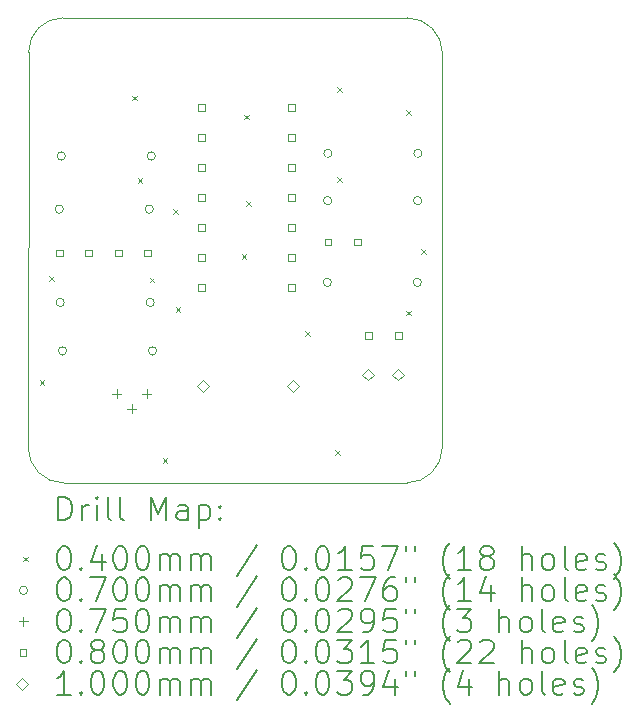
<source format=gbr>
%TF.GenerationSoftware,KiCad,Pcbnew,7.0.7*%
%TF.CreationDate,2023-10-16T17:48:52+02:00*%
%TF.ProjectId,cd4069-siren,63643430-3639-42d7-9369-72656e2e6b69,0*%
%TF.SameCoordinates,Original*%
%TF.FileFunction,Drillmap*%
%TF.FilePolarity,Positive*%
%FSLAX45Y45*%
G04 Gerber Fmt 4.5, Leading zero omitted, Abs format (unit mm)*
G04 Created by KiCad (PCBNEW 7.0.7) date 2023-10-16 17:48:52*
%MOMM*%
%LPD*%
G01*
G04 APERTURE LIST*
%ADD10C,0.100000*%
%ADD11C,0.200000*%
%ADD12C,0.040000*%
%ADD13C,0.070000*%
%ADD14C,0.075000*%
%ADD15C,0.080000*%
G04 APERTURE END LIST*
D10*
X9192132Y-8677868D02*
X12097868Y-8677868D01*
X12400000Y-5040000D02*
G75*
G03*
X12100000Y-4740000I-300000J0D01*
G01*
X12100000Y-4740000D02*
X9185061Y-4740000D01*
X9185061Y-4740001D02*
G75*
G03*
X8895061Y-5030000I-1J-289999D01*
G01*
X8895061Y-5030000D02*
X8892132Y-8377868D01*
X8892132Y-8377868D02*
G75*
G03*
X9192132Y-8677868I299998J-2D01*
G01*
X12397868Y-8377868D02*
X12400000Y-5040000D01*
X12097868Y-8677868D02*
G75*
G03*
X12397868Y-8377868I2J299998D01*
G01*
D11*
D12*
X8990000Y-7810000D02*
X9030000Y-7850000D01*
X9030000Y-7810000D02*
X8990000Y-7850000D01*
X9070000Y-6930000D02*
X9110000Y-6970000D01*
X9110000Y-6930000D02*
X9070000Y-6970000D01*
X9770000Y-5400000D02*
X9810000Y-5440000D01*
X9810000Y-5400000D02*
X9770000Y-5440000D01*
X9820000Y-6100000D02*
X9860000Y-6140000D01*
X9860000Y-6100000D02*
X9820000Y-6140000D01*
X9920000Y-6940000D02*
X9960000Y-6980000D01*
X9960000Y-6940000D02*
X9920000Y-6980000D01*
X10030000Y-8470000D02*
X10070000Y-8510000D01*
X10070000Y-8470000D02*
X10030000Y-8510000D01*
X10120000Y-6360000D02*
X10160000Y-6400000D01*
X10160000Y-6360000D02*
X10120000Y-6400000D01*
X10140000Y-7190000D02*
X10180000Y-7230000D01*
X10180000Y-7190000D02*
X10140000Y-7230000D01*
X10700000Y-6740000D02*
X10740000Y-6780000D01*
X10740000Y-6740000D02*
X10700000Y-6780000D01*
X10720000Y-5560000D02*
X10760000Y-5600000D01*
X10760000Y-5560000D02*
X10720000Y-5600000D01*
X10740000Y-6290000D02*
X10780000Y-6330000D01*
X10780000Y-6290000D02*
X10740000Y-6330000D01*
X11240000Y-7390000D02*
X11280000Y-7430000D01*
X11280000Y-7390000D02*
X11240000Y-7430000D01*
X11490000Y-8400000D02*
X11530000Y-8440000D01*
X11530000Y-8400000D02*
X11490000Y-8440000D01*
X11510000Y-5330000D02*
X11550000Y-5370000D01*
X11550000Y-5330000D02*
X11510000Y-5370000D01*
X11510000Y-6090000D02*
X11550000Y-6130000D01*
X11550000Y-6090000D02*
X11510000Y-6130000D01*
X12090000Y-5520000D02*
X12130000Y-5560000D01*
X12130000Y-5520000D02*
X12090000Y-5560000D01*
X12090000Y-7220000D02*
X12130000Y-7260000D01*
X12130000Y-7220000D02*
X12090000Y-7260000D01*
X12220000Y-6700000D02*
X12260000Y-6740000D01*
X12260000Y-6700000D02*
X12220000Y-6740000D01*
D13*
X9190000Y-6360000D02*
G75*
G03*
X9190000Y-6360000I-35000J0D01*
G01*
X9198000Y-7150000D02*
G75*
G03*
X9198000Y-7150000I-35000J0D01*
G01*
X9208000Y-5910000D02*
G75*
G03*
X9208000Y-5910000I-35000J0D01*
G01*
X9218000Y-7560000D02*
G75*
G03*
X9218000Y-7560000I-35000J0D01*
G01*
X9952000Y-6360000D02*
G75*
G03*
X9952000Y-6360000I-35000J0D01*
G01*
X9960000Y-7150000D02*
G75*
G03*
X9960000Y-7150000I-35000J0D01*
G01*
X9970000Y-5910000D02*
G75*
G03*
X9970000Y-5910000I-35000J0D01*
G01*
X9980000Y-7560000D02*
G75*
G03*
X9980000Y-7560000I-35000J0D01*
G01*
X11460000Y-6980000D02*
G75*
G03*
X11460000Y-6980000I-35000J0D01*
G01*
X11463000Y-6287500D02*
G75*
G03*
X11463000Y-6287500I-35000J0D01*
G01*
X11464000Y-5887500D02*
G75*
G03*
X11464000Y-5887500I-35000J0D01*
G01*
X12222000Y-6980000D02*
G75*
G03*
X12222000Y-6980000I-35000J0D01*
G01*
X12225000Y-6287500D02*
G75*
G03*
X12225000Y-6287500I-35000J0D01*
G01*
X12226000Y-5887500D02*
G75*
G03*
X12226000Y-5887500I-35000J0D01*
G01*
D14*
X9643000Y-7885500D02*
X9643000Y-7960500D01*
X9605500Y-7923000D02*
X9680500Y-7923000D01*
X9770000Y-8012500D02*
X9770000Y-8087500D01*
X9732500Y-8050000D02*
X9807500Y-8050000D01*
X9897000Y-7885500D02*
X9897000Y-7960500D01*
X9859500Y-7923000D02*
X9934500Y-7923000D01*
D15*
X9183285Y-6758284D02*
X9183285Y-6701715D01*
X9126716Y-6701715D01*
X9126716Y-6758284D01*
X9183285Y-6758284D01*
X9433285Y-6758284D02*
X9433285Y-6701715D01*
X9376716Y-6701715D01*
X9376716Y-6758284D01*
X9433285Y-6758284D01*
X9683285Y-6758284D02*
X9683285Y-6701715D01*
X9626716Y-6701715D01*
X9626716Y-6758284D01*
X9683285Y-6758284D01*
X9933285Y-6758284D02*
X9933285Y-6701715D01*
X9876716Y-6701715D01*
X9876716Y-6758284D01*
X9933285Y-6758284D01*
X10388285Y-5525785D02*
X10388285Y-5469216D01*
X10331716Y-5469216D01*
X10331716Y-5525785D01*
X10388285Y-5525785D01*
X10388285Y-5779784D02*
X10388285Y-5723215D01*
X10331716Y-5723215D01*
X10331716Y-5779784D01*
X10388285Y-5779784D01*
X10388285Y-6033784D02*
X10388285Y-5977215D01*
X10331716Y-5977215D01*
X10331716Y-6033784D01*
X10388285Y-6033784D01*
X10388285Y-6287784D02*
X10388285Y-6231215D01*
X10331716Y-6231215D01*
X10331716Y-6287784D01*
X10388285Y-6287784D01*
X10388285Y-6541784D02*
X10388285Y-6485215D01*
X10331716Y-6485215D01*
X10331716Y-6541784D01*
X10388285Y-6541784D01*
X10388285Y-6795784D02*
X10388285Y-6739215D01*
X10331716Y-6739215D01*
X10331716Y-6795784D01*
X10388285Y-6795784D01*
X10388285Y-7049784D02*
X10388285Y-6993215D01*
X10331716Y-6993215D01*
X10331716Y-7049784D01*
X10388285Y-7049784D01*
X11150285Y-5525785D02*
X11150285Y-5469216D01*
X11093716Y-5469216D01*
X11093716Y-5525785D01*
X11150285Y-5525785D01*
X11150285Y-5779784D02*
X11150285Y-5723215D01*
X11093716Y-5723215D01*
X11093716Y-5779784D01*
X11150285Y-5779784D01*
X11150285Y-6033784D02*
X11150285Y-5977215D01*
X11093716Y-5977215D01*
X11093716Y-6033784D01*
X11150285Y-6033784D01*
X11150285Y-6287784D02*
X11150285Y-6231215D01*
X11093716Y-6231215D01*
X11093716Y-6287784D01*
X11150285Y-6287784D01*
X11150285Y-6541784D02*
X11150285Y-6485215D01*
X11093716Y-6485215D01*
X11093716Y-6541784D01*
X11150285Y-6541784D01*
X11150285Y-6795784D02*
X11150285Y-6739215D01*
X11093716Y-6739215D01*
X11093716Y-6795784D01*
X11150285Y-6795784D01*
X11150285Y-7049784D02*
X11150285Y-6993215D01*
X11093716Y-6993215D01*
X11093716Y-7049784D01*
X11150285Y-7049784D01*
X11458284Y-6665784D02*
X11458284Y-6609215D01*
X11401715Y-6609215D01*
X11401715Y-6665784D01*
X11458284Y-6665784D01*
X11708284Y-6665784D02*
X11708284Y-6609215D01*
X11651715Y-6609215D01*
X11651715Y-6665784D01*
X11708284Y-6665784D01*
X11803284Y-7458284D02*
X11803284Y-7401715D01*
X11746715Y-7401715D01*
X11746715Y-7458284D01*
X11803284Y-7458284D01*
X12053284Y-7458284D02*
X12053284Y-7401715D01*
X11996715Y-7401715D01*
X11996715Y-7458284D01*
X12053284Y-7458284D01*
D10*
X10375000Y-7910000D02*
X10425000Y-7860000D01*
X10375000Y-7810000D01*
X10325000Y-7860000D01*
X10375000Y-7910000D01*
X11135000Y-7910000D02*
X11185000Y-7860000D01*
X11135000Y-7810000D01*
X11085000Y-7860000D01*
X11135000Y-7910000D01*
X11766000Y-7810000D02*
X11816000Y-7760000D01*
X11766000Y-7710000D01*
X11716000Y-7760000D01*
X11766000Y-7810000D01*
X12020000Y-7810000D02*
X12070000Y-7760000D01*
X12020000Y-7710000D01*
X11970000Y-7760000D01*
X12020000Y-7810000D01*
D11*
X9147909Y-8994352D02*
X9147909Y-8794352D01*
X9147909Y-8794352D02*
X9195528Y-8794352D01*
X9195528Y-8794352D02*
X9224099Y-8803876D01*
X9224099Y-8803876D02*
X9243147Y-8822923D01*
X9243147Y-8822923D02*
X9252671Y-8841971D01*
X9252671Y-8841971D02*
X9262195Y-8880066D01*
X9262195Y-8880066D02*
X9262195Y-8908638D01*
X9262195Y-8908638D02*
X9252671Y-8946733D01*
X9252671Y-8946733D02*
X9243147Y-8965780D01*
X9243147Y-8965780D02*
X9224099Y-8984828D01*
X9224099Y-8984828D02*
X9195528Y-8994352D01*
X9195528Y-8994352D02*
X9147909Y-8994352D01*
X9347909Y-8994352D02*
X9347909Y-8861018D01*
X9347909Y-8899114D02*
X9357433Y-8880066D01*
X9357433Y-8880066D02*
X9366956Y-8870542D01*
X9366956Y-8870542D02*
X9386004Y-8861018D01*
X9386004Y-8861018D02*
X9405052Y-8861018D01*
X9471718Y-8994352D02*
X9471718Y-8861018D01*
X9471718Y-8794352D02*
X9462195Y-8803876D01*
X9462195Y-8803876D02*
X9471718Y-8813399D01*
X9471718Y-8813399D02*
X9481242Y-8803876D01*
X9481242Y-8803876D02*
X9471718Y-8794352D01*
X9471718Y-8794352D02*
X9471718Y-8813399D01*
X9595528Y-8994352D02*
X9576480Y-8984828D01*
X9576480Y-8984828D02*
X9566956Y-8965780D01*
X9566956Y-8965780D02*
X9566956Y-8794352D01*
X9700290Y-8994352D02*
X9681242Y-8984828D01*
X9681242Y-8984828D02*
X9671718Y-8965780D01*
X9671718Y-8965780D02*
X9671718Y-8794352D01*
X9928861Y-8994352D02*
X9928861Y-8794352D01*
X9928861Y-8794352D02*
X9995528Y-8937209D01*
X9995528Y-8937209D02*
X10062195Y-8794352D01*
X10062195Y-8794352D02*
X10062195Y-8994352D01*
X10243147Y-8994352D02*
X10243147Y-8889590D01*
X10243147Y-8889590D02*
X10233623Y-8870542D01*
X10233623Y-8870542D02*
X10214576Y-8861018D01*
X10214576Y-8861018D02*
X10176480Y-8861018D01*
X10176480Y-8861018D02*
X10157433Y-8870542D01*
X10243147Y-8984828D02*
X10224099Y-8994352D01*
X10224099Y-8994352D02*
X10176480Y-8994352D01*
X10176480Y-8994352D02*
X10157433Y-8984828D01*
X10157433Y-8984828D02*
X10147909Y-8965780D01*
X10147909Y-8965780D02*
X10147909Y-8946733D01*
X10147909Y-8946733D02*
X10157433Y-8927685D01*
X10157433Y-8927685D02*
X10176480Y-8918161D01*
X10176480Y-8918161D02*
X10224099Y-8918161D01*
X10224099Y-8918161D02*
X10243147Y-8908638D01*
X10338385Y-8861018D02*
X10338385Y-9061018D01*
X10338385Y-8870542D02*
X10357433Y-8861018D01*
X10357433Y-8861018D02*
X10395528Y-8861018D01*
X10395528Y-8861018D02*
X10414576Y-8870542D01*
X10414576Y-8870542D02*
X10424099Y-8880066D01*
X10424099Y-8880066D02*
X10433623Y-8899114D01*
X10433623Y-8899114D02*
X10433623Y-8956257D01*
X10433623Y-8956257D02*
X10424099Y-8975304D01*
X10424099Y-8975304D02*
X10414576Y-8984828D01*
X10414576Y-8984828D02*
X10395528Y-8994352D01*
X10395528Y-8994352D02*
X10357433Y-8994352D01*
X10357433Y-8994352D02*
X10338385Y-8984828D01*
X10519337Y-8975304D02*
X10528861Y-8984828D01*
X10528861Y-8984828D02*
X10519337Y-8994352D01*
X10519337Y-8994352D02*
X10509814Y-8984828D01*
X10509814Y-8984828D02*
X10519337Y-8975304D01*
X10519337Y-8975304D02*
X10519337Y-8994352D01*
X10519337Y-8870542D02*
X10528861Y-8880066D01*
X10528861Y-8880066D02*
X10519337Y-8889590D01*
X10519337Y-8889590D02*
X10509814Y-8880066D01*
X10509814Y-8880066D02*
X10519337Y-8870542D01*
X10519337Y-8870542D02*
X10519337Y-8889590D01*
D12*
X8847132Y-9302868D02*
X8887132Y-9342868D01*
X8887132Y-9302868D02*
X8847132Y-9342868D01*
D11*
X9186004Y-9214352D02*
X9205052Y-9214352D01*
X9205052Y-9214352D02*
X9224099Y-9223876D01*
X9224099Y-9223876D02*
X9233623Y-9233399D01*
X9233623Y-9233399D02*
X9243147Y-9252447D01*
X9243147Y-9252447D02*
X9252671Y-9290542D01*
X9252671Y-9290542D02*
X9252671Y-9338161D01*
X9252671Y-9338161D02*
X9243147Y-9376257D01*
X9243147Y-9376257D02*
X9233623Y-9395304D01*
X9233623Y-9395304D02*
X9224099Y-9404828D01*
X9224099Y-9404828D02*
X9205052Y-9414352D01*
X9205052Y-9414352D02*
X9186004Y-9414352D01*
X9186004Y-9414352D02*
X9166956Y-9404828D01*
X9166956Y-9404828D02*
X9157433Y-9395304D01*
X9157433Y-9395304D02*
X9147909Y-9376257D01*
X9147909Y-9376257D02*
X9138385Y-9338161D01*
X9138385Y-9338161D02*
X9138385Y-9290542D01*
X9138385Y-9290542D02*
X9147909Y-9252447D01*
X9147909Y-9252447D02*
X9157433Y-9233399D01*
X9157433Y-9233399D02*
X9166956Y-9223876D01*
X9166956Y-9223876D02*
X9186004Y-9214352D01*
X9338385Y-9395304D02*
X9347909Y-9404828D01*
X9347909Y-9404828D02*
X9338385Y-9414352D01*
X9338385Y-9414352D02*
X9328861Y-9404828D01*
X9328861Y-9404828D02*
X9338385Y-9395304D01*
X9338385Y-9395304D02*
X9338385Y-9414352D01*
X9519337Y-9281018D02*
X9519337Y-9414352D01*
X9471718Y-9204828D02*
X9424099Y-9347685D01*
X9424099Y-9347685D02*
X9547909Y-9347685D01*
X9662195Y-9214352D02*
X9681242Y-9214352D01*
X9681242Y-9214352D02*
X9700290Y-9223876D01*
X9700290Y-9223876D02*
X9709814Y-9233399D01*
X9709814Y-9233399D02*
X9719337Y-9252447D01*
X9719337Y-9252447D02*
X9728861Y-9290542D01*
X9728861Y-9290542D02*
X9728861Y-9338161D01*
X9728861Y-9338161D02*
X9719337Y-9376257D01*
X9719337Y-9376257D02*
X9709814Y-9395304D01*
X9709814Y-9395304D02*
X9700290Y-9404828D01*
X9700290Y-9404828D02*
X9681242Y-9414352D01*
X9681242Y-9414352D02*
X9662195Y-9414352D01*
X9662195Y-9414352D02*
X9643147Y-9404828D01*
X9643147Y-9404828D02*
X9633623Y-9395304D01*
X9633623Y-9395304D02*
X9624099Y-9376257D01*
X9624099Y-9376257D02*
X9614576Y-9338161D01*
X9614576Y-9338161D02*
X9614576Y-9290542D01*
X9614576Y-9290542D02*
X9624099Y-9252447D01*
X9624099Y-9252447D02*
X9633623Y-9233399D01*
X9633623Y-9233399D02*
X9643147Y-9223876D01*
X9643147Y-9223876D02*
X9662195Y-9214352D01*
X9852671Y-9214352D02*
X9871718Y-9214352D01*
X9871718Y-9214352D02*
X9890766Y-9223876D01*
X9890766Y-9223876D02*
X9900290Y-9233399D01*
X9900290Y-9233399D02*
X9909814Y-9252447D01*
X9909814Y-9252447D02*
X9919337Y-9290542D01*
X9919337Y-9290542D02*
X9919337Y-9338161D01*
X9919337Y-9338161D02*
X9909814Y-9376257D01*
X9909814Y-9376257D02*
X9900290Y-9395304D01*
X9900290Y-9395304D02*
X9890766Y-9404828D01*
X9890766Y-9404828D02*
X9871718Y-9414352D01*
X9871718Y-9414352D02*
X9852671Y-9414352D01*
X9852671Y-9414352D02*
X9833623Y-9404828D01*
X9833623Y-9404828D02*
X9824099Y-9395304D01*
X9824099Y-9395304D02*
X9814576Y-9376257D01*
X9814576Y-9376257D02*
X9805052Y-9338161D01*
X9805052Y-9338161D02*
X9805052Y-9290542D01*
X9805052Y-9290542D02*
X9814576Y-9252447D01*
X9814576Y-9252447D02*
X9824099Y-9233399D01*
X9824099Y-9233399D02*
X9833623Y-9223876D01*
X9833623Y-9223876D02*
X9852671Y-9214352D01*
X10005052Y-9414352D02*
X10005052Y-9281018D01*
X10005052Y-9300066D02*
X10014576Y-9290542D01*
X10014576Y-9290542D02*
X10033623Y-9281018D01*
X10033623Y-9281018D02*
X10062195Y-9281018D01*
X10062195Y-9281018D02*
X10081242Y-9290542D01*
X10081242Y-9290542D02*
X10090766Y-9309590D01*
X10090766Y-9309590D02*
X10090766Y-9414352D01*
X10090766Y-9309590D02*
X10100290Y-9290542D01*
X10100290Y-9290542D02*
X10119337Y-9281018D01*
X10119337Y-9281018D02*
X10147909Y-9281018D01*
X10147909Y-9281018D02*
X10166957Y-9290542D01*
X10166957Y-9290542D02*
X10176480Y-9309590D01*
X10176480Y-9309590D02*
X10176480Y-9414352D01*
X10271718Y-9414352D02*
X10271718Y-9281018D01*
X10271718Y-9300066D02*
X10281242Y-9290542D01*
X10281242Y-9290542D02*
X10300290Y-9281018D01*
X10300290Y-9281018D02*
X10328861Y-9281018D01*
X10328861Y-9281018D02*
X10347909Y-9290542D01*
X10347909Y-9290542D02*
X10357433Y-9309590D01*
X10357433Y-9309590D02*
X10357433Y-9414352D01*
X10357433Y-9309590D02*
X10366957Y-9290542D01*
X10366957Y-9290542D02*
X10386004Y-9281018D01*
X10386004Y-9281018D02*
X10414576Y-9281018D01*
X10414576Y-9281018D02*
X10433623Y-9290542D01*
X10433623Y-9290542D02*
X10443147Y-9309590D01*
X10443147Y-9309590D02*
X10443147Y-9414352D01*
X10833623Y-9204828D02*
X10662195Y-9461971D01*
X11090766Y-9214352D02*
X11109814Y-9214352D01*
X11109814Y-9214352D02*
X11128861Y-9223876D01*
X11128861Y-9223876D02*
X11138385Y-9233399D01*
X11138385Y-9233399D02*
X11147909Y-9252447D01*
X11147909Y-9252447D02*
X11157433Y-9290542D01*
X11157433Y-9290542D02*
X11157433Y-9338161D01*
X11157433Y-9338161D02*
X11147909Y-9376257D01*
X11147909Y-9376257D02*
X11138385Y-9395304D01*
X11138385Y-9395304D02*
X11128861Y-9404828D01*
X11128861Y-9404828D02*
X11109814Y-9414352D01*
X11109814Y-9414352D02*
X11090766Y-9414352D01*
X11090766Y-9414352D02*
X11071719Y-9404828D01*
X11071719Y-9404828D02*
X11062195Y-9395304D01*
X11062195Y-9395304D02*
X11052671Y-9376257D01*
X11052671Y-9376257D02*
X11043147Y-9338161D01*
X11043147Y-9338161D02*
X11043147Y-9290542D01*
X11043147Y-9290542D02*
X11052671Y-9252447D01*
X11052671Y-9252447D02*
X11062195Y-9233399D01*
X11062195Y-9233399D02*
X11071719Y-9223876D01*
X11071719Y-9223876D02*
X11090766Y-9214352D01*
X11243147Y-9395304D02*
X11252671Y-9404828D01*
X11252671Y-9404828D02*
X11243147Y-9414352D01*
X11243147Y-9414352D02*
X11233623Y-9404828D01*
X11233623Y-9404828D02*
X11243147Y-9395304D01*
X11243147Y-9395304D02*
X11243147Y-9414352D01*
X11376480Y-9214352D02*
X11395528Y-9214352D01*
X11395528Y-9214352D02*
X11414576Y-9223876D01*
X11414576Y-9223876D02*
X11424099Y-9233399D01*
X11424099Y-9233399D02*
X11433623Y-9252447D01*
X11433623Y-9252447D02*
X11443147Y-9290542D01*
X11443147Y-9290542D02*
X11443147Y-9338161D01*
X11443147Y-9338161D02*
X11433623Y-9376257D01*
X11433623Y-9376257D02*
X11424099Y-9395304D01*
X11424099Y-9395304D02*
X11414576Y-9404828D01*
X11414576Y-9404828D02*
X11395528Y-9414352D01*
X11395528Y-9414352D02*
X11376480Y-9414352D01*
X11376480Y-9414352D02*
X11357433Y-9404828D01*
X11357433Y-9404828D02*
X11347909Y-9395304D01*
X11347909Y-9395304D02*
X11338385Y-9376257D01*
X11338385Y-9376257D02*
X11328861Y-9338161D01*
X11328861Y-9338161D02*
X11328861Y-9290542D01*
X11328861Y-9290542D02*
X11338385Y-9252447D01*
X11338385Y-9252447D02*
X11347909Y-9233399D01*
X11347909Y-9233399D02*
X11357433Y-9223876D01*
X11357433Y-9223876D02*
X11376480Y-9214352D01*
X11633623Y-9414352D02*
X11519338Y-9414352D01*
X11576480Y-9414352D02*
X11576480Y-9214352D01*
X11576480Y-9214352D02*
X11557433Y-9242923D01*
X11557433Y-9242923D02*
X11538385Y-9261971D01*
X11538385Y-9261971D02*
X11519338Y-9271495D01*
X11814576Y-9214352D02*
X11719338Y-9214352D01*
X11719338Y-9214352D02*
X11709814Y-9309590D01*
X11709814Y-9309590D02*
X11719338Y-9300066D01*
X11719338Y-9300066D02*
X11738385Y-9290542D01*
X11738385Y-9290542D02*
X11786004Y-9290542D01*
X11786004Y-9290542D02*
X11805052Y-9300066D01*
X11805052Y-9300066D02*
X11814576Y-9309590D01*
X11814576Y-9309590D02*
X11824099Y-9328638D01*
X11824099Y-9328638D02*
X11824099Y-9376257D01*
X11824099Y-9376257D02*
X11814576Y-9395304D01*
X11814576Y-9395304D02*
X11805052Y-9404828D01*
X11805052Y-9404828D02*
X11786004Y-9414352D01*
X11786004Y-9414352D02*
X11738385Y-9414352D01*
X11738385Y-9414352D02*
X11719338Y-9404828D01*
X11719338Y-9404828D02*
X11709814Y-9395304D01*
X11890766Y-9214352D02*
X12024099Y-9214352D01*
X12024099Y-9214352D02*
X11938385Y-9414352D01*
X12090766Y-9214352D02*
X12090766Y-9252447D01*
X12166957Y-9214352D02*
X12166957Y-9252447D01*
X12462195Y-9490542D02*
X12452671Y-9481018D01*
X12452671Y-9481018D02*
X12433623Y-9452447D01*
X12433623Y-9452447D02*
X12424100Y-9433399D01*
X12424100Y-9433399D02*
X12414576Y-9404828D01*
X12414576Y-9404828D02*
X12405052Y-9357209D01*
X12405052Y-9357209D02*
X12405052Y-9319114D01*
X12405052Y-9319114D02*
X12414576Y-9271495D01*
X12414576Y-9271495D02*
X12424100Y-9242923D01*
X12424100Y-9242923D02*
X12433623Y-9223876D01*
X12433623Y-9223876D02*
X12452671Y-9195304D01*
X12452671Y-9195304D02*
X12462195Y-9185780D01*
X12643147Y-9414352D02*
X12528861Y-9414352D01*
X12586004Y-9414352D02*
X12586004Y-9214352D01*
X12586004Y-9214352D02*
X12566957Y-9242923D01*
X12566957Y-9242923D02*
X12547909Y-9261971D01*
X12547909Y-9261971D02*
X12528861Y-9271495D01*
X12757433Y-9300066D02*
X12738385Y-9290542D01*
X12738385Y-9290542D02*
X12728861Y-9281018D01*
X12728861Y-9281018D02*
X12719338Y-9261971D01*
X12719338Y-9261971D02*
X12719338Y-9252447D01*
X12719338Y-9252447D02*
X12728861Y-9233399D01*
X12728861Y-9233399D02*
X12738385Y-9223876D01*
X12738385Y-9223876D02*
X12757433Y-9214352D01*
X12757433Y-9214352D02*
X12795528Y-9214352D01*
X12795528Y-9214352D02*
X12814576Y-9223876D01*
X12814576Y-9223876D02*
X12824100Y-9233399D01*
X12824100Y-9233399D02*
X12833623Y-9252447D01*
X12833623Y-9252447D02*
X12833623Y-9261971D01*
X12833623Y-9261971D02*
X12824100Y-9281018D01*
X12824100Y-9281018D02*
X12814576Y-9290542D01*
X12814576Y-9290542D02*
X12795528Y-9300066D01*
X12795528Y-9300066D02*
X12757433Y-9300066D01*
X12757433Y-9300066D02*
X12738385Y-9309590D01*
X12738385Y-9309590D02*
X12728861Y-9319114D01*
X12728861Y-9319114D02*
X12719338Y-9338161D01*
X12719338Y-9338161D02*
X12719338Y-9376257D01*
X12719338Y-9376257D02*
X12728861Y-9395304D01*
X12728861Y-9395304D02*
X12738385Y-9404828D01*
X12738385Y-9404828D02*
X12757433Y-9414352D01*
X12757433Y-9414352D02*
X12795528Y-9414352D01*
X12795528Y-9414352D02*
X12814576Y-9404828D01*
X12814576Y-9404828D02*
X12824100Y-9395304D01*
X12824100Y-9395304D02*
X12833623Y-9376257D01*
X12833623Y-9376257D02*
X12833623Y-9338161D01*
X12833623Y-9338161D02*
X12824100Y-9319114D01*
X12824100Y-9319114D02*
X12814576Y-9309590D01*
X12814576Y-9309590D02*
X12795528Y-9300066D01*
X13071719Y-9414352D02*
X13071719Y-9214352D01*
X13157433Y-9414352D02*
X13157433Y-9309590D01*
X13157433Y-9309590D02*
X13147909Y-9290542D01*
X13147909Y-9290542D02*
X13128862Y-9281018D01*
X13128862Y-9281018D02*
X13100290Y-9281018D01*
X13100290Y-9281018D02*
X13081242Y-9290542D01*
X13081242Y-9290542D02*
X13071719Y-9300066D01*
X13281242Y-9414352D02*
X13262195Y-9404828D01*
X13262195Y-9404828D02*
X13252671Y-9395304D01*
X13252671Y-9395304D02*
X13243147Y-9376257D01*
X13243147Y-9376257D02*
X13243147Y-9319114D01*
X13243147Y-9319114D02*
X13252671Y-9300066D01*
X13252671Y-9300066D02*
X13262195Y-9290542D01*
X13262195Y-9290542D02*
X13281242Y-9281018D01*
X13281242Y-9281018D02*
X13309814Y-9281018D01*
X13309814Y-9281018D02*
X13328862Y-9290542D01*
X13328862Y-9290542D02*
X13338385Y-9300066D01*
X13338385Y-9300066D02*
X13347909Y-9319114D01*
X13347909Y-9319114D02*
X13347909Y-9376257D01*
X13347909Y-9376257D02*
X13338385Y-9395304D01*
X13338385Y-9395304D02*
X13328862Y-9404828D01*
X13328862Y-9404828D02*
X13309814Y-9414352D01*
X13309814Y-9414352D02*
X13281242Y-9414352D01*
X13462195Y-9414352D02*
X13443147Y-9404828D01*
X13443147Y-9404828D02*
X13433623Y-9385780D01*
X13433623Y-9385780D02*
X13433623Y-9214352D01*
X13614576Y-9404828D02*
X13595528Y-9414352D01*
X13595528Y-9414352D02*
X13557433Y-9414352D01*
X13557433Y-9414352D02*
X13538385Y-9404828D01*
X13538385Y-9404828D02*
X13528862Y-9385780D01*
X13528862Y-9385780D02*
X13528862Y-9309590D01*
X13528862Y-9309590D02*
X13538385Y-9290542D01*
X13538385Y-9290542D02*
X13557433Y-9281018D01*
X13557433Y-9281018D02*
X13595528Y-9281018D01*
X13595528Y-9281018D02*
X13614576Y-9290542D01*
X13614576Y-9290542D02*
X13624100Y-9309590D01*
X13624100Y-9309590D02*
X13624100Y-9328638D01*
X13624100Y-9328638D02*
X13528862Y-9347685D01*
X13700290Y-9404828D02*
X13719338Y-9414352D01*
X13719338Y-9414352D02*
X13757433Y-9414352D01*
X13757433Y-9414352D02*
X13776481Y-9404828D01*
X13776481Y-9404828D02*
X13786004Y-9385780D01*
X13786004Y-9385780D02*
X13786004Y-9376257D01*
X13786004Y-9376257D02*
X13776481Y-9357209D01*
X13776481Y-9357209D02*
X13757433Y-9347685D01*
X13757433Y-9347685D02*
X13728862Y-9347685D01*
X13728862Y-9347685D02*
X13709814Y-9338161D01*
X13709814Y-9338161D02*
X13700290Y-9319114D01*
X13700290Y-9319114D02*
X13700290Y-9309590D01*
X13700290Y-9309590D02*
X13709814Y-9290542D01*
X13709814Y-9290542D02*
X13728862Y-9281018D01*
X13728862Y-9281018D02*
X13757433Y-9281018D01*
X13757433Y-9281018D02*
X13776481Y-9290542D01*
X13852671Y-9490542D02*
X13862195Y-9481018D01*
X13862195Y-9481018D02*
X13881243Y-9452447D01*
X13881243Y-9452447D02*
X13890766Y-9433399D01*
X13890766Y-9433399D02*
X13900290Y-9404828D01*
X13900290Y-9404828D02*
X13909814Y-9357209D01*
X13909814Y-9357209D02*
X13909814Y-9319114D01*
X13909814Y-9319114D02*
X13900290Y-9271495D01*
X13900290Y-9271495D02*
X13890766Y-9242923D01*
X13890766Y-9242923D02*
X13881243Y-9223876D01*
X13881243Y-9223876D02*
X13862195Y-9195304D01*
X13862195Y-9195304D02*
X13852671Y-9185780D01*
D13*
X8887132Y-9586868D02*
G75*
G03*
X8887132Y-9586868I-35000J0D01*
G01*
D11*
X9186004Y-9478352D02*
X9205052Y-9478352D01*
X9205052Y-9478352D02*
X9224099Y-9487876D01*
X9224099Y-9487876D02*
X9233623Y-9497399D01*
X9233623Y-9497399D02*
X9243147Y-9516447D01*
X9243147Y-9516447D02*
X9252671Y-9554542D01*
X9252671Y-9554542D02*
X9252671Y-9602161D01*
X9252671Y-9602161D02*
X9243147Y-9640257D01*
X9243147Y-9640257D02*
X9233623Y-9659304D01*
X9233623Y-9659304D02*
X9224099Y-9668828D01*
X9224099Y-9668828D02*
X9205052Y-9678352D01*
X9205052Y-9678352D02*
X9186004Y-9678352D01*
X9186004Y-9678352D02*
X9166956Y-9668828D01*
X9166956Y-9668828D02*
X9157433Y-9659304D01*
X9157433Y-9659304D02*
X9147909Y-9640257D01*
X9147909Y-9640257D02*
X9138385Y-9602161D01*
X9138385Y-9602161D02*
X9138385Y-9554542D01*
X9138385Y-9554542D02*
X9147909Y-9516447D01*
X9147909Y-9516447D02*
X9157433Y-9497399D01*
X9157433Y-9497399D02*
X9166956Y-9487876D01*
X9166956Y-9487876D02*
X9186004Y-9478352D01*
X9338385Y-9659304D02*
X9347909Y-9668828D01*
X9347909Y-9668828D02*
X9338385Y-9678352D01*
X9338385Y-9678352D02*
X9328861Y-9668828D01*
X9328861Y-9668828D02*
X9338385Y-9659304D01*
X9338385Y-9659304D02*
X9338385Y-9678352D01*
X9414576Y-9478352D02*
X9547909Y-9478352D01*
X9547909Y-9478352D02*
X9462195Y-9678352D01*
X9662195Y-9478352D02*
X9681242Y-9478352D01*
X9681242Y-9478352D02*
X9700290Y-9487876D01*
X9700290Y-9487876D02*
X9709814Y-9497399D01*
X9709814Y-9497399D02*
X9719337Y-9516447D01*
X9719337Y-9516447D02*
X9728861Y-9554542D01*
X9728861Y-9554542D02*
X9728861Y-9602161D01*
X9728861Y-9602161D02*
X9719337Y-9640257D01*
X9719337Y-9640257D02*
X9709814Y-9659304D01*
X9709814Y-9659304D02*
X9700290Y-9668828D01*
X9700290Y-9668828D02*
X9681242Y-9678352D01*
X9681242Y-9678352D02*
X9662195Y-9678352D01*
X9662195Y-9678352D02*
X9643147Y-9668828D01*
X9643147Y-9668828D02*
X9633623Y-9659304D01*
X9633623Y-9659304D02*
X9624099Y-9640257D01*
X9624099Y-9640257D02*
X9614576Y-9602161D01*
X9614576Y-9602161D02*
X9614576Y-9554542D01*
X9614576Y-9554542D02*
X9624099Y-9516447D01*
X9624099Y-9516447D02*
X9633623Y-9497399D01*
X9633623Y-9497399D02*
X9643147Y-9487876D01*
X9643147Y-9487876D02*
X9662195Y-9478352D01*
X9852671Y-9478352D02*
X9871718Y-9478352D01*
X9871718Y-9478352D02*
X9890766Y-9487876D01*
X9890766Y-9487876D02*
X9900290Y-9497399D01*
X9900290Y-9497399D02*
X9909814Y-9516447D01*
X9909814Y-9516447D02*
X9919337Y-9554542D01*
X9919337Y-9554542D02*
X9919337Y-9602161D01*
X9919337Y-9602161D02*
X9909814Y-9640257D01*
X9909814Y-9640257D02*
X9900290Y-9659304D01*
X9900290Y-9659304D02*
X9890766Y-9668828D01*
X9890766Y-9668828D02*
X9871718Y-9678352D01*
X9871718Y-9678352D02*
X9852671Y-9678352D01*
X9852671Y-9678352D02*
X9833623Y-9668828D01*
X9833623Y-9668828D02*
X9824099Y-9659304D01*
X9824099Y-9659304D02*
X9814576Y-9640257D01*
X9814576Y-9640257D02*
X9805052Y-9602161D01*
X9805052Y-9602161D02*
X9805052Y-9554542D01*
X9805052Y-9554542D02*
X9814576Y-9516447D01*
X9814576Y-9516447D02*
X9824099Y-9497399D01*
X9824099Y-9497399D02*
X9833623Y-9487876D01*
X9833623Y-9487876D02*
X9852671Y-9478352D01*
X10005052Y-9678352D02*
X10005052Y-9545018D01*
X10005052Y-9564066D02*
X10014576Y-9554542D01*
X10014576Y-9554542D02*
X10033623Y-9545018D01*
X10033623Y-9545018D02*
X10062195Y-9545018D01*
X10062195Y-9545018D02*
X10081242Y-9554542D01*
X10081242Y-9554542D02*
X10090766Y-9573590D01*
X10090766Y-9573590D02*
X10090766Y-9678352D01*
X10090766Y-9573590D02*
X10100290Y-9554542D01*
X10100290Y-9554542D02*
X10119337Y-9545018D01*
X10119337Y-9545018D02*
X10147909Y-9545018D01*
X10147909Y-9545018D02*
X10166957Y-9554542D01*
X10166957Y-9554542D02*
X10176480Y-9573590D01*
X10176480Y-9573590D02*
X10176480Y-9678352D01*
X10271718Y-9678352D02*
X10271718Y-9545018D01*
X10271718Y-9564066D02*
X10281242Y-9554542D01*
X10281242Y-9554542D02*
X10300290Y-9545018D01*
X10300290Y-9545018D02*
X10328861Y-9545018D01*
X10328861Y-9545018D02*
X10347909Y-9554542D01*
X10347909Y-9554542D02*
X10357433Y-9573590D01*
X10357433Y-9573590D02*
X10357433Y-9678352D01*
X10357433Y-9573590D02*
X10366957Y-9554542D01*
X10366957Y-9554542D02*
X10386004Y-9545018D01*
X10386004Y-9545018D02*
X10414576Y-9545018D01*
X10414576Y-9545018D02*
X10433623Y-9554542D01*
X10433623Y-9554542D02*
X10443147Y-9573590D01*
X10443147Y-9573590D02*
X10443147Y-9678352D01*
X10833623Y-9468828D02*
X10662195Y-9725971D01*
X11090766Y-9478352D02*
X11109814Y-9478352D01*
X11109814Y-9478352D02*
X11128861Y-9487876D01*
X11128861Y-9487876D02*
X11138385Y-9497399D01*
X11138385Y-9497399D02*
X11147909Y-9516447D01*
X11147909Y-9516447D02*
X11157433Y-9554542D01*
X11157433Y-9554542D02*
X11157433Y-9602161D01*
X11157433Y-9602161D02*
X11147909Y-9640257D01*
X11147909Y-9640257D02*
X11138385Y-9659304D01*
X11138385Y-9659304D02*
X11128861Y-9668828D01*
X11128861Y-9668828D02*
X11109814Y-9678352D01*
X11109814Y-9678352D02*
X11090766Y-9678352D01*
X11090766Y-9678352D02*
X11071719Y-9668828D01*
X11071719Y-9668828D02*
X11062195Y-9659304D01*
X11062195Y-9659304D02*
X11052671Y-9640257D01*
X11052671Y-9640257D02*
X11043147Y-9602161D01*
X11043147Y-9602161D02*
X11043147Y-9554542D01*
X11043147Y-9554542D02*
X11052671Y-9516447D01*
X11052671Y-9516447D02*
X11062195Y-9497399D01*
X11062195Y-9497399D02*
X11071719Y-9487876D01*
X11071719Y-9487876D02*
X11090766Y-9478352D01*
X11243147Y-9659304D02*
X11252671Y-9668828D01*
X11252671Y-9668828D02*
X11243147Y-9678352D01*
X11243147Y-9678352D02*
X11233623Y-9668828D01*
X11233623Y-9668828D02*
X11243147Y-9659304D01*
X11243147Y-9659304D02*
X11243147Y-9678352D01*
X11376480Y-9478352D02*
X11395528Y-9478352D01*
X11395528Y-9478352D02*
X11414576Y-9487876D01*
X11414576Y-9487876D02*
X11424099Y-9497399D01*
X11424099Y-9497399D02*
X11433623Y-9516447D01*
X11433623Y-9516447D02*
X11443147Y-9554542D01*
X11443147Y-9554542D02*
X11443147Y-9602161D01*
X11443147Y-9602161D02*
X11433623Y-9640257D01*
X11433623Y-9640257D02*
X11424099Y-9659304D01*
X11424099Y-9659304D02*
X11414576Y-9668828D01*
X11414576Y-9668828D02*
X11395528Y-9678352D01*
X11395528Y-9678352D02*
X11376480Y-9678352D01*
X11376480Y-9678352D02*
X11357433Y-9668828D01*
X11357433Y-9668828D02*
X11347909Y-9659304D01*
X11347909Y-9659304D02*
X11338385Y-9640257D01*
X11338385Y-9640257D02*
X11328861Y-9602161D01*
X11328861Y-9602161D02*
X11328861Y-9554542D01*
X11328861Y-9554542D02*
X11338385Y-9516447D01*
X11338385Y-9516447D02*
X11347909Y-9497399D01*
X11347909Y-9497399D02*
X11357433Y-9487876D01*
X11357433Y-9487876D02*
X11376480Y-9478352D01*
X11519338Y-9497399D02*
X11528861Y-9487876D01*
X11528861Y-9487876D02*
X11547909Y-9478352D01*
X11547909Y-9478352D02*
X11595528Y-9478352D01*
X11595528Y-9478352D02*
X11614576Y-9487876D01*
X11614576Y-9487876D02*
X11624099Y-9497399D01*
X11624099Y-9497399D02*
X11633623Y-9516447D01*
X11633623Y-9516447D02*
X11633623Y-9535495D01*
X11633623Y-9535495D02*
X11624099Y-9564066D01*
X11624099Y-9564066D02*
X11509814Y-9678352D01*
X11509814Y-9678352D02*
X11633623Y-9678352D01*
X11700290Y-9478352D02*
X11833623Y-9478352D01*
X11833623Y-9478352D02*
X11747909Y-9678352D01*
X11995528Y-9478352D02*
X11957433Y-9478352D01*
X11957433Y-9478352D02*
X11938385Y-9487876D01*
X11938385Y-9487876D02*
X11928861Y-9497399D01*
X11928861Y-9497399D02*
X11909814Y-9525971D01*
X11909814Y-9525971D02*
X11900290Y-9564066D01*
X11900290Y-9564066D02*
X11900290Y-9640257D01*
X11900290Y-9640257D02*
X11909814Y-9659304D01*
X11909814Y-9659304D02*
X11919338Y-9668828D01*
X11919338Y-9668828D02*
X11938385Y-9678352D01*
X11938385Y-9678352D02*
X11976480Y-9678352D01*
X11976480Y-9678352D02*
X11995528Y-9668828D01*
X11995528Y-9668828D02*
X12005052Y-9659304D01*
X12005052Y-9659304D02*
X12014576Y-9640257D01*
X12014576Y-9640257D02*
X12014576Y-9592638D01*
X12014576Y-9592638D02*
X12005052Y-9573590D01*
X12005052Y-9573590D02*
X11995528Y-9564066D01*
X11995528Y-9564066D02*
X11976480Y-9554542D01*
X11976480Y-9554542D02*
X11938385Y-9554542D01*
X11938385Y-9554542D02*
X11919338Y-9564066D01*
X11919338Y-9564066D02*
X11909814Y-9573590D01*
X11909814Y-9573590D02*
X11900290Y-9592638D01*
X12090766Y-9478352D02*
X12090766Y-9516447D01*
X12166957Y-9478352D02*
X12166957Y-9516447D01*
X12462195Y-9754542D02*
X12452671Y-9745018D01*
X12452671Y-9745018D02*
X12433623Y-9716447D01*
X12433623Y-9716447D02*
X12424100Y-9697399D01*
X12424100Y-9697399D02*
X12414576Y-9668828D01*
X12414576Y-9668828D02*
X12405052Y-9621209D01*
X12405052Y-9621209D02*
X12405052Y-9583114D01*
X12405052Y-9583114D02*
X12414576Y-9535495D01*
X12414576Y-9535495D02*
X12424100Y-9506923D01*
X12424100Y-9506923D02*
X12433623Y-9487876D01*
X12433623Y-9487876D02*
X12452671Y-9459304D01*
X12452671Y-9459304D02*
X12462195Y-9449780D01*
X12643147Y-9678352D02*
X12528861Y-9678352D01*
X12586004Y-9678352D02*
X12586004Y-9478352D01*
X12586004Y-9478352D02*
X12566957Y-9506923D01*
X12566957Y-9506923D02*
X12547909Y-9525971D01*
X12547909Y-9525971D02*
X12528861Y-9535495D01*
X12814576Y-9545018D02*
X12814576Y-9678352D01*
X12766957Y-9468828D02*
X12719338Y-9611685D01*
X12719338Y-9611685D02*
X12843147Y-9611685D01*
X13071719Y-9678352D02*
X13071719Y-9478352D01*
X13157433Y-9678352D02*
X13157433Y-9573590D01*
X13157433Y-9573590D02*
X13147909Y-9554542D01*
X13147909Y-9554542D02*
X13128862Y-9545018D01*
X13128862Y-9545018D02*
X13100290Y-9545018D01*
X13100290Y-9545018D02*
X13081242Y-9554542D01*
X13081242Y-9554542D02*
X13071719Y-9564066D01*
X13281242Y-9678352D02*
X13262195Y-9668828D01*
X13262195Y-9668828D02*
X13252671Y-9659304D01*
X13252671Y-9659304D02*
X13243147Y-9640257D01*
X13243147Y-9640257D02*
X13243147Y-9583114D01*
X13243147Y-9583114D02*
X13252671Y-9564066D01*
X13252671Y-9564066D02*
X13262195Y-9554542D01*
X13262195Y-9554542D02*
X13281242Y-9545018D01*
X13281242Y-9545018D02*
X13309814Y-9545018D01*
X13309814Y-9545018D02*
X13328862Y-9554542D01*
X13328862Y-9554542D02*
X13338385Y-9564066D01*
X13338385Y-9564066D02*
X13347909Y-9583114D01*
X13347909Y-9583114D02*
X13347909Y-9640257D01*
X13347909Y-9640257D02*
X13338385Y-9659304D01*
X13338385Y-9659304D02*
X13328862Y-9668828D01*
X13328862Y-9668828D02*
X13309814Y-9678352D01*
X13309814Y-9678352D02*
X13281242Y-9678352D01*
X13462195Y-9678352D02*
X13443147Y-9668828D01*
X13443147Y-9668828D02*
X13433623Y-9649780D01*
X13433623Y-9649780D02*
X13433623Y-9478352D01*
X13614576Y-9668828D02*
X13595528Y-9678352D01*
X13595528Y-9678352D02*
X13557433Y-9678352D01*
X13557433Y-9678352D02*
X13538385Y-9668828D01*
X13538385Y-9668828D02*
X13528862Y-9649780D01*
X13528862Y-9649780D02*
X13528862Y-9573590D01*
X13528862Y-9573590D02*
X13538385Y-9554542D01*
X13538385Y-9554542D02*
X13557433Y-9545018D01*
X13557433Y-9545018D02*
X13595528Y-9545018D01*
X13595528Y-9545018D02*
X13614576Y-9554542D01*
X13614576Y-9554542D02*
X13624100Y-9573590D01*
X13624100Y-9573590D02*
X13624100Y-9592638D01*
X13624100Y-9592638D02*
X13528862Y-9611685D01*
X13700290Y-9668828D02*
X13719338Y-9678352D01*
X13719338Y-9678352D02*
X13757433Y-9678352D01*
X13757433Y-9678352D02*
X13776481Y-9668828D01*
X13776481Y-9668828D02*
X13786004Y-9649780D01*
X13786004Y-9649780D02*
X13786004Y-9640257D01*
X13786004Y-9640257D02*
X13776481Y-9621209D01*
X13776481Y-9621209D02*
X13757433Y-9611685D01*
X13757433Y-9611685D02*
X13728862Y-9611685D01*
X13728862Y-9611685D02*
X13709814Y-9602161D01*
X13709814Y-9602161D02*
X13700290Y-9583114D01*
X13700290Y-9583114D02*
X13700290Y-9573590D01*
X13700290Y-9573590D02*
X13709814Y-9554542D01*
X13709814Y-9554542D02*
X13728862Y-9545018D01*
X13728862Y-9545018D02*
X13757433Y-9545018D01*
X13757433Y-9545018D02*
X13776481Y-9554542D01*
X13852671Y-9754542D02*
X13862195Y-9745018D01*
X13862195Y-9745018D02*
X13881243Y-9716447D01*
X13881243Y-9716447D02*
X13890766Y-9697399D01*
X13890766Y-9697399D02*
X13900290Y-9668828D01*
X13900290Y-9668828D02*
X13909814Y-9621209D01*
X13909814Y-9621209D02*
X13909814Y-9583114D01*
X13909814Y-9583114D02*
X13900290Y-9535495D01*
X13900290Y-9535495D02*
X13890766Y-9506923D01*
X13890766Y-9506923D02*
X13881243Y-9487876D01*
X13881243Y-9487876D02*
X13862195Y-9459304D01*
X13862195Y-9459304D02*
X13852671Y-9449780D01*
D14*
X8849632Y-9813368D02*
X8849632Y-9888368D01*
X8812132Y-9850868D02*
X8887132Y-9850868D01*
D11*
X9186004Y-9742352D02*
X9205052Y-9742352D01*
X9205052Y-9742352D02*
X9224099Y-9751876D01*
X9224099Y-9751876D02*
X9233623Y-9761399D01*
X9233623Y-9761399D02*
X9243147Y-9780447D01*
X9243147Y-9780447D02*
X9252671Y-9818542D01*
X9252671Y-9818542D02*
X9252671Y-9866161D01*
X9252671Y-9866161D02*
X9243147Y-9904257D01*
X9243147Y-9904257D02*
X9233623Y-9923304D01*
X9233623Y-9923304D02*
X9224099Y-9932828D01*
X9224099Y-9932828D02*
X9205052Y-9942352D01*
X9205052Y-9942352D02*
X9186004Y-9942352D01*
X9186004Y-9942352D02*
X9166956Y-9932828D01*
X9166956Y-9932828D02*
X9157433Y-9923304D01*
X9157433Y-9923304D02*
X9147909Y-9904257D01*
X9147909Y-9904257D02*
X9138385Y-9866161D01*
X9138385Y-9866161D02*
X9138385Y-9818542D01*
X9138385Y-9818542D02*
X9147909Y-9780447D01*
X9147909Y-9780447D02*
X9157433Y-9761399D01*
X9157433Y-9761399D02*
X9166956Y-9751876D01*
X9166956Y-9751876D02*
X9186004Y-9742352D01*
X9338385Y-9923304D02*
X9347909Y-9932828D01*
X9347909Y-9932828D02*
X9338385Y-9942352D01*
X9338385Y-9942352D02*
X9328861Y-9932828D01*
X9328861Y-9932828D02*
X9338385Y-9923304D01*
X9338385Y-9923304D02*
X9338385Y-9942352D01*
X9414576Y-9742352D02*
X9547909Y-9742352D01*
X9547909Y-9742352D02*
X9462195Y-9942352D01*
X9719337Y-9742352D02*
X9624099Y-9742352D01*
X9624099Y-9742352D02*
X9614576Y-9837590D01*
X9614576Y-9837590D02*
X9624099Y-9828066D01*
X9624099Y-9828066D02*
X9643147Y-9818542D01*
X9643147Y-9818542D02*
X9690766Y-9818542D01*
X9690766Y-9818542D02*
X9709814Y-9828066D01*
X9709814Y-9828066D02*
X9719337Y-9837590D01*
X9719337Y-9837590D02*
X9728861Y-9856638D01*
X9728861Y-9856638D02*
X9728861Y-9904257D01*
X9728861Y-9904257D02*
X9719337Y-9923304D01*
X9719337Y-9923304D02*
X9709814Y-9932828D01*
X9709814Y-9932828D02*
X9690766Y-9942352D01*
X9690766Y-9942352D02*
X9643147Y-9942352D01*
X9643147Y-9942352D02*
X9624099Y-9932828D01*
X9624099Y-9932828D02*
X9614576Y-9923304D01*
X9852671Y-9742352D02*
X9871718Y-9742352D01*
X9871718Y-9742352D02*
X9890766Y-9751876D01*
X9890766Y-9751876D02*
X9900290Y-9761399D01*
X9900290Y-9761399D02*
X9909814Y-9780447D01*
X9909814Y-9780447D02*
X9919337Y-9818542D01*
X9919337Y-9818542D02*
X9919337Y-9866161D01*
X9919337Y-9866161D02*
X9909814Y-9904257D01*
X9909814Y-9904257D02*
X9900290Y-9923304D01*
X9900290Y-9923304D02*
X9890766Y-9932828D01*
X9890766Y-9932828D02*
X9871718Y-9942352D01*
X9871718Y-9942352D02*
X9852671Y-9942352D01*
X9852671Y-9942352D02*
X9833623Y-9932828D01*
X9833623Y-9932828D02*
X9824099Y-9923304D01*
X9824099Y-9923304D02*
X9814576Y-9904257D01*
X9814576Y-9904257D02*
X9805052Y-9866161D01*
X9805052Y-9866161D02*
X9805052Y-9818542D01*
X9805052Y-9818542D02*
X9814576Y-9780447D01*
X9814576Y-9780447D02*
X9824099Y-9761399D01*
X9824099Y-9761399D02*
X9833623Y-9751876D01*
X9833623Y-9751876D02*
X9852671Y-9742352D01*
X10005052Y-9942352D02*
X10005052Y-9809018D01*
X10005052Y-9828066D02*
X10014576Y-9818542D01*
X10014576Y-9818542D02*
X10033623Y-9809018D01*
X10033623Y-9809018D02*
X10062195Y-9809018D01*
X10062195Y-9809018D02*
X10081242Y-9818542D01*
X10081242Y-9818542D02*
X10090766Y-9837590D01*
X10090766Y-9837590D02*
X10090766Y-9942352D01*
X10090766Y-9837590D02*
X10100290Y-9818542D01*
X10100290Y-9818542D02*
X10119337Y-9809018D01*
X10119337Y-9809018D02*
X10147909Y-9809018D01*
X10147909Y-9809018D02*
X10166957Y-9818542D01*
X10166957Y-9818542D02*
X10176480Y-9837590D01*
X10176480Y-9837590D02*
X10176480Y-9942352D01*
X10271718Y-9942352D02*
X10271718Y-9809018D01*
X10271718Y-9828066D02*
X10281242Y-9818542D01*
X10281242Y-9818542D02*
X10300290Y-9809018D01*
X10300290Y-9809018D02*
X10328861Y-9809018D01*
X10328861Y-9809018D02*
X10347909Y-9818542D01*
X10347909Y-9818542D02*
X10357433Y-9837590D01*
X10357433Y-9837590D02*
X10357433Y-9942352D01*
X10357433Y-9837590D02*
X10366957Y-9818542D01*
X10366957Y-9818542D02*
X10386004Y-9809018D01*
X10386004Y-9809018D02*
X10414576Y-9809018D01*
X10414576Y-9809018D02*
X10433623Y-9818542D01*
X10433623Y-9818542D02*
X10443147Y-9837590D01*
X10443147Y-9837590D02*
X10443147Y-9942352D01*
X10833623Y-9732828D02*
X10662195Y-9989971D01*
X11090766Y-9742352D02*
X11109814Y-9742352D01*
X11109814Y-9742352D02*
X11128861Y-9751876D01*
X11128861Y-9751876D02*
X11138385Y-9761399D01*
X11138385Y-9761399D02*
X11147909Y-9780447D01*
X11147909Y-9780447D02*
X11157433Y-9818542D01*
X11157433Y-9818542D02*
X11157433Y-9866161D01*
X11157433Y-9866161D02*
X11147909Y-9904257D01*
X11147909Y-9904257D02*
X11138385Y-9923304D01*
X11138385Y-9923304D02*
X11128861Y-9932828D01*
X11128861Y-9932828D02*
X11109814Y-9942352D01*
X11109814Y-9942352D02*
X11090766Y-9942352D01*
X11090766Y-9942352D02*
X11071719Y-9932828D01*
X11071719Y-9932828D02*
X11062195Y-9923304D01*
X11062195Y-9923304D02*
X11052671Y-9904257D01*
X11052671Y-9904257D02*
X11043147Y-9866161D01*
X11043147Y-9866161D02*
X11043147Y-9818542D01*
X11043147Y-9818542D02*
X11052671Y-9780447D01*
X11052671Y-9780447D02*
X11062195Y-9761399D01*
X11062195Y-9761399D02*
X11071719Y-9751876D01*
X11071719Y-9751876D02*
X11090766Y-9742352D01*
X11243147Y-9923304D02*
X11252671Y-9932828D01*
X11252671Y-9932828D02*
X11243147Y-9942352D01*
X11243147Y-9942352D02*
X11233623Y-9932828D01*
X11233623Y-9932828D02*
X11243147Y-9923304D01*
X11243147Y-9923304D02*
X11243147Y-9942352D01*
X11376480Y-9742352D02*
X11395528Y-9742352D01*
X11395528Y-9742352D02*
X11414576Y-9751876D01*
X11414576Y-9751876D02*
X11424099Y-9761399D01*
X11424099Y-9761399D02*
X11433623Y-9780447D01*
X11433623Y-9780447D02*
X11443147Y-9818542D01*
X11443147Y-9818542D02*
X11443147Y-9866161D01*
X11443147Y-9866161D02*
X11433623Y-9904257D01*
X11433623Y-9904257D02*
X11424099Y-9923304D01*
X11424099Y-9923304D02*
X11414576Y-9932828D01*
X11414576Y-9932828D02*
X11395528Y-9942352D01*
X11395528Y-9942352D02*
X11376480Y-9942352D01*
X11376480Y-9942352D02*
X11357433Y-9932828D01*
X11357433Y-9932828D02*
X11347909Y-9923304D01*
X11347909Y-9923304D02*
X11338385Y-9904257D01*
X11338385Y-9904257D02*
X11328861Y-9866161D01*
X11328861Y-9866161D02*
X11328861Y-9818542D01*
X11328861Y-9818542D02*
X11338385Y-9780447D01*
X11338385Y-9780447D02*
X11347909Y-9761399D01*
X11347909Y-9761399D02*
X11357433Y-9751876D01*
X11357433Y-9751876D02*
X11376480Y-9742352D01*
X11519338Y-9761399D02*
X11528861Y-9751876D01*
X11528861Y-9751876D02*
X11547909Y-9742352D01*
X11547909Y-9742352D02*
X11595528Y-9742352D01*
X11595528Y-9742352D02*
X11614576Y-9751876D01*
X11614576Y-9751876D02*
X11624099Y-9761399D01*
X11624099Y-9761399D02*
X11633623Y-9780447D01*
X11633623Y-9780447D02*
X11633623Y-9799495D01*
X11633623Y-9799495D02*
X11624099Y-9828066D01*
X11624099Y-9828066D02*
X11509814Y-9942352D01*
X11509814Y-9942352D02*
X11633623Y-9942352D01*
X11728861Y-9942352D02*
X11766957Y-9942352D01*
X11766957Y-9942352D02*
X11786004Y-9932828D01*
X11786004Y-9932828D02*
X11795528Y-9923304D01*
X11795528Y-9923304D02*
X11814576Y-9894733D01*
X11814576Y-9894733D02*
X11824099Y-9856638D01*
X11824099Y-9856638D02*
X11824099Y-9780447D01*
X11824099Y-9780447D02*
X11814576Y-9761399D01*
X11814576Y-9761399D02*
X11805052Y-9751876D01*
X11805052Y-9751876D02*
X11786004Y-9742352D01*
X11786004Y-9742352D02*
X11747909Y-9742352D01*
X11747909Y-9742352D02*
X11728861Y-9751876D01*
X11728861Y-9751876D02*
X11719338Y-9761399D01*
X11719338Y-9761399D02*
X11709814Y-9780447D01*
X11709814Y-9780447D02*
X11709814Y-9828066D01*
X11709814Y-9828066D02*
X11719338Y-9847114D01*
X11719338Y-9847114D02*
X11728861Y-9856638D01*
X11728861Y-9856638D02*
X11747909Y-9866161D01*
X11747909Y-9866161D02*
X11786004Y-9866161D01*
X11786004Y-9866161D02*
X11805052Y-9856638D01*
X11805052Y-9856638D02*
X11814576Y-9847114D01*
X11814576Y-9847114D02*
X11824099Y-9828066D01*
X12005052Y-9742352D02*
X11909814Y-9742352D01*
X11909814Y-9742352D02*
X11900290Y-9837590D01*
X11900290Y-9837590D02*
X11909814Y-9828066D01*
X11909814Y-9828066D02*
X11928861Y-9818542D01*
X11928861Y-9818542D02*
X11976480Y-9818542D01*
X11976480Y-9818542D02*
X11995528Y-9828066D01*
X11995528Y-9828066D02*
X12005052Y-9837590D01*
X12005052Y-9837590D02*
X12014576Y-9856638D01*
X12014576Y-9856638D02*
X12014576Y-9904257D01*
X12014576Y-9904257D02*
X12005052Y-9923304D01*
X12005052Y-9923304D02*
X11995528Y-9932828D01*
X11995528Y-9932828D02*
X11976480Y-9942352D01*
X11976480Y-9942352D02*
X11928861Y-9942352D01*
X11928861Y-9942352D02*
X11909814Y-9932828D01*
X11909814Y-9932828D02*
X11900290Y-9923304D01*
X12090766Y-9742352D02*
X12090766Y-9780447D01*
X12166957Y-9742352D02*
X12166957Y-9780447D01*
X12462195Y-10018542D02*
X12452671Y-10009018D01*
X12452671Y-10009018D02*
X12433623Y-9980447D01*
X12433623Y-9980447D02*
X12424100Y-9961399D01*
X12424100Y-9961399D02*
X12414576Y-9932828D01*
X12414576Y-9932828D02*
X12405052Y-9885209D01*
X12405052Y-9885209D02*
X12405052Y-9847114D01*
X12405052Y-9847114D02*
X12414576Y-9799495D01*
X12414576Y-9799495D02*
X12424100Y-9770923D01*
X12424100Y-9770923D02*
X12433623Y-9751876D01*
X12433623Y-9751876D02*
X12452671Y-9723304D01*
X12452671Y-9723304D02*
X12462195Y-9713780D01*
X12519338Y-9742352D02*
X12643147Y-9742352D01*
X12643147Y-9742352D02*
X12576480Y-9818542D01*
X12576480Y-9818542D02*
X12605052Y-9818542D01*
X12605052Y-9818542D02*
X12624100Y-9828066D01*
X12624100Y-9828066D02*
X12633623Y-9837590D01*
X12633623Y-9837590D02*
X12643147Y-9856638D01*
X12643147Y-9856638D02*
X12643147Y-9904257D01*
X12643147Y-9904257D02*
X12633623Y-9923304D01*
X12633623Y-9923304D02*
X12624100Y-9932828D01*
X12624100Y-9932828D02*
X12605052Y-9942352D01*
X12605052Y-9942352D02*
X12547909Y-9942352D01*
X12547909Y-9942352D02*
X12528861Y-9932828D01*
X12528861Y-9932828D02*
X12519338Y-9923304D01*
X12881242Y-9942352D02*
X12881242Y-9742352D01*
X12966957Y-9942352D02*
X12966957Y-9837590D01*
X12966957Y-9837590D02*
X12957433Y-9818542D01*
X12957433Y-9818542D02*
X12938385Y-9809018D01*
X12938385Y-9809018D02*
X12909814Y-9809018D01*
X12909814Y-9809018D02*
X12890766Y-9818542D01*
X12890766Y-9818542D02*
X12881242Y-9828066D01*
X13090766Y-9942352D02*
X13071719Y-9932828D01*
X13071719Y-9932828D02*
X13062195Y-9923304D01*
X13062195Y-9923304D02*
X13052671Y-9904257D01*
X13052671Y-9904257D02*
X13052671Y-9847114D01*
X13052671Y-9847114D02*
X13062195Y-9828066D01*
X13062195Y-9828066D02*
X13071719Y-9818542D01*
X13071719Y-9818542D02*
X13090766Y-9809018D01*
X13090766Y-9809018D02*
X13119338Y-9809018D01*
X13119338Y-9809018D02*
X13138385Y-9818542D01*
X13138385Y-9818542D02*
X13147909Y-9828066D01*
X13147909Y-9828066D02*
X13157433Y-9847114D01*
X13157433Y-9847114D02*
X13157433Y-9904257D01*
X13157433Y-9904257D02*
X13147909Y-9923304D01*
X13147909Y-9923304D02*
X13138385Y-9932828D01*
X13138385Y-9932828D02*
X13119338Y-9942352D01*
X13119338Y-9942352D02*
X13090766Y-9942352D01*
X13271719Y-9942352D02*
X13252671Y-9932828D01*
X13252671Y-9932828D02*
X13243147Y-9913780D01*
X13243147Y-9913780D02*
X13243147Y-9742352D01*
X13424100Y-9932828D02*
X13405052Y-9942352D01*
X13405052Y-9942352D02*
X13366957Y-9942352D01*
X13366957Y-9942352D02*
X13347909Y-9932828D01*
X13347909Y-9932828D02*
X13338385Y-9913780D01*
X13338385Y-9913780D02*
X13338385Y-9837590D01*
X13338385Y-9837590D02*
X13347909Y-9818542D01*
X13347909Y-9818542D02*
X13366957Y-9809018D01*
X13366957Y-9809018D02*
X13405052Y-9809018D01*
X13405052Y-9809018D02*
X13424100Y-9818542D01*
X13424100Y-9818542D02*
X13433623Y-9837590D01*
X13433623Y-9837590D02*
X13433623Y-9856638D01*
X13433623Y-9856638D02*
X13338385Y-9875685D01*
X13509814Y-9932828D02*
X13528862Y-9942352D01*
X13528862Y-9942352D02*
X13566957Y-9942352D01*
X13566957Y-9942352D02*
X13586004Y-9932828D01*
X13586004Y-9932828D02*
X13595528Y-9913780D01*
X13595528Y-9913780D02*
X13595528Y-9904257D01*
X13595528Y-9904257D02*
X13586004Y-9885209D01*
X13586004Y-9885209D02*
X13566957Y-9875685D01*
X13566957Y-9875685D02*
X13538385Y-9875685D01*
X13538385Y-9875685D02*
X13519338Y-9866161D01*
X13519338Y-9866161D02*
X13509814Y-9847114D01*
X13509814Y-9847114D02*
X13509814Y-9837590D01*
X13509814Y-9837590D02*
X13519338Y-9818542D01*
X13519338Y-9818542D02*
X13538385Y-9809018D01*
X13538385Y-9809018D02*
X13566957Y-9809018D01*
X13566957Y-9809018D02*
X13586004Y-9818542D01*
X13662195Y-10018542D02*
X13671719Y-10009018D01*
X13671719Y-10009018D02*
X13690766Y-9980447D01*
X13690766Y-9980447D02*
X13700290Y-9961399D01*
X13700290Y-9961399D02*
X13709814Y-9932828D01*
X13709814Y-9932828D02*
X13719338Y-9885209D01*
X13719338Y-9885209D02*
X13719338Y-9847114D01*
X13719338Y-9847114D02*
X13709814Y-9799495D01*
X13709814Y-9799495D02*
X13700290Y-9770923D01*
X13700290Y-9770923D02*
X13690766Y-9751876D01*
X13690766Y-9751876D02*
X13671719Y-9723304D01*
X13671719Y-9723304D02*
X13662195Y-9713780D01*
D15*
X8875417Y-10143153D02*
X8875417Y-10086584D01*
X8818848Y-10086584D01*
X8818848Y-10143153D01*
X8875417Y-10143153D01*
D11*
X9186004Y-10006352D02*
X9205052Y-10006352D01*
X9205052Y-10006352D02*
X9224099Y-10015876D01*
X9224099Y-10015876D02*
X9233623Y-10025399D01*
X9233623Y-10025399D02*
X9243147Y-10044447D01*
X9243147Y-10044447D02*
X9252671Y-10082542D01*
X9252671Y-10082542D02*
X9252671Y-10130161D01*
X9252671Y-10130161D02*
X9243147Y-10168257D01*
X9243147Y-10168257D02*
X9233623Y-10187304D01*
X9233623Y-10187304D02*
X9224099Y-10196828D01*
X9224099Y-10196828D02*
X9205052Y-10206352D01*
X9205052Y-10206352D02*
X9186004Y-10206352D01*
X9186004Y-10206352D02*
X9166956Y-10196828D01*
X9166956Y-10196828D02*
X9157433Y-10187304D01*
X9157433Y-10187304D02*
X9147909Y-10168257D01*
X9147909Y-10168257D02*
X9138385Y-10130161D01*
X9138385Y-10130161D02*
X9138385Y-10082542D01*
X9138385Y-10082542D02*
X9147909Y-10044447D01*
X9147909Y-10044447D02*
X9157433Y-10025399D01*
X9157433Y-10025399D02*
X9166956Y-10015876D01*
X9166956Y-10015876D02*
X9186004Y-10006352D01*
X9338385Y-10187304D02*
X9347909Y-10196828D01*
X9347909Y-10196828D02*
X9338385Y-10206352D01*
X9338385Y-10206352D02*
X9328861Y-10196828D01*
X9328861Y-10196828D02*
X9338385Y-10187304D01*
X9338385Y-10187304D02*
X9338385Y-10206352D01*
X9462195Y-10092066D02*
X9443147Y-10082542D01*
X9443147Y-10082542D02*
X9433623Y-10073018D01*
X9433623Y-10073018D02*
X9424099Y-10053971D01*
X9424099Y-10053971D02*
X9424099Y-10044447D01*
X9424099Y-10044447D02*
X9433623Y-10025399D01*
X9433623Y-10025399D02*
X9443147Y-10015876D01*
X9443147Y-10015876D02*
X9462195Y-10006352D01*
X9462195Y-10006352D02*
X9500290Y-10006352D01*
X9500290Y-10006352D02*
X9519337Y-10015876D01*
X9519337Y-10015876D02*
X9528861Y-10025399D01*
X9528861Y-10025399D02*
X9538385Y-10044447D01*
X9538385Y-10044447D02*
X9538385Y-10053971D01*
X9538385Y-10053971D02*
X9528861Y-10073018D01*
X9528861Y-10073018D02*
X9519337Y-10082542D01*
X9519337Y-10082542D02*
X9500290Y-10092066D01*
X9500290Y-10092066D02*
X9462195Y-10092066D01*
X9462195Y-10092066D02*
X9443147Y-10101590D01*
X9443147Y-10101590D02*
X9433623Y-10111114D01*
X9433623Y-10111114D02*
X9424099Y-10130161D01*
X9424099Y-10130161D02*
X9424099Y-10168257D01*
X9424099Y-10168257D02*
X9433623Y-10187304D01*
X9433623Y-10187304D02*
X9443147Y-10196828D01*
X9443147Y-10196828D02*
X9462195Y-10206352D01*
X9462195Y-10206352D02*
X9500290Y-10206352D01*
X9500290Y-10206352D02*
X9519337Y-10196828D01*
X9519337Y-10196828D02*
X9528861Y-10187304D01*
X9528861Y-10187304D02*
X9538385Y-10168257D01*
X9538385Y-10168257D02*
X9538385Y-10130161D01*
X9538385Y-10130161D02*
X9528861Y-10111114D01*
X9528861Y-10111114D02*
X9519337Y-10101590D01*
X9519337Y-10101590D02*
X9500290Y-10092066D01*
X9662195Y-10006352D02*
X9681242Y-10006352D01*
X9681242Y-10006352D02*
X9700290Y-10015876D01*
X9700290Y-10015876D02*
X9709814Y-10025399D01*
X9709814Y-10025399D02*
X9719337Y-10044447D01*
X9719337Y-10044447D02*
X9728861Y-10082542D01*
X9728861Y-10082542D02*
X9728861Y-10130161D01*
X9728861Y-10130161D02*
X9719337Y-10168257D01*
X9719337Y-10168257D02*
X9709814Y-10187304D01*
X9709814Y-10187304D02*
X9700290Y-10196828D01*
X9700290Y-10196828D02*
X9681242Y-10206352D01*
X9681242Y-10206352D02*
X9662195Y-10206352D01*
X9662195Y-10206352D02*
X9643147Y-10196828D01*
X9643147Y-10196828D02*
X9633623Y-10187304D01*
X9633623Y-10187304D02*
X9624099Y-10168257D01*
X9624099Y-10168257D02*
X9614576Y-10130161D01*
X9614576Y-10130161D02*
X9614576Y-10082542D01*
X9614576Y-10082542D02*
X9624099Y-10044447D01*
X9624099Y-10044447D02*
X9633623Y-10025399D01*
X9633623Y-10025399D02*
X9643147Y-10015876D01*
X9643147Y-10015876D02*
X9662195Y-10006352D01*
X9852671Y-10006352D02*
X9871718Y-10006352D01*
X9871718Y-10006352D02*
X9890766Y-10015876D01*
X9890766Y-10015876D02*
X9900290Y-10025399D01*
X9900290Y-10025399D02*
X9909814Y-10044447D01*
X9909814Y-10044447D02*
X9919337Y-10082542D01*
X9919337Y-10082542D02*
X9919337Y-10130161D01*
X9919337Y-10130161D02*
X9909814Y-10168257D01*
X9909814Y-10168257D02*
X9900290Y-10187304D01*
X9900290Y-10187304D02*
X9890766Y-10196828D01*
X9890766Y-10196828D02*
X9871718Y-10206352D01*
X9871718Y-10206352D02*
X9852671Y-10206352D01*
X9852671Y-10206352D02*
X9833623Y-10196828D01*
X9833623Y-10196828D02*
X9824099Y-10187304D01*
X9824099Y-10187304D02*
X9814576Y-10168257D01*
X9814576Y-10168257D02*
X9805052Y-10130161D01*
X9805052Y-10130161D02*
X9805052Y-10082542D01*
X9805052Y-10082542D02*
X9814576Y-10044447D01*
X9814576Y-10044447D02*
X9824099Y-10025399D01*
X9824099Y-10025399D02*
X9833623Y-10015876D01*
X9833623Y-10015876D02*
X9852671Y-10006352D01*
X10005052Y-10206352D02*
X10005052Y-10073018D01*
X10005052Y-10092066D02*
X10014576Y-10082542D01*
X10014576Y-10082542D02*
X10033623Y-10073018D01*
X10033623Y-10073018D02*
X10062195Y-10073018D01*
X10062195Y-10073018D02*
X10081242Y-10082542D01*
X10081242Y-10082542D02*
X10090766Y-10101590D01*
X10090766Y-10101590D02*
X10090766Y-10206352D01*
X10090766Y-10101590D02*
X10100290Y-10082542D01*
X10100290Y-10082542D02*
X10119337Y-10073018D01*
X10119337Y-10073018D02*
X10147909Y-10073018D01*
X10147909Y-10073018D02*
X10166957Y-10082542D01*
X10166957Y-10082542D02*
X10176480Y-10101590D01*
X10176480Y-10101590D02*
X10176480Y-10206352D01*
X10271718Y-10206352D02*
X10271718Y-10073018D01*
X10271718Y-10092066D02*
X10281242Y-10082542D01*
X10281242Y-10082542D02*
X10300290Y-10073018D01*
X10300290Y-10073018D02*
X10328861Y-10073018D01*
X10328861Y-10073018D02*
X10347909Y-10082542D01*
X10347909Y-10082542D02*
X10357433Y-10101590D01*
X10357433Y-10101590D02*
X10357433Y-10206352D01*
X10357433Y-10101590D02*
X10366957Y-10082542D01*
X10366957Y-10082542D02*
X10386004Y-10073018D01*
X10386004Y-10073018D02*
X10414576Y-10073018D01*
X10414576Y-10073018D02*
X10433623Y-10082542D01*
X10433623Y-10082542D02*
X10443147Y-10101590D01*
X10443147Y-10101590D02*
X10443147Y-10206352D01*
X10833623Y-9996828D02*
X10662195Y-10253971D01*
X11090766Y-10006352D02*
X11109814Y-10006352D01*
X11109814Y-10006352D02*
X11128861Y-10015876D01*
X11128861Y-10015876D02*
X11138385Y-10025399D01*
X11138385Y-10025399D02*
X11147909Y-10044447D01*
X11147909Y-10044447D02*
X11157433Y-10082542D01*
X11157433Y-10082542D02*
X11157433Y-10130161D01*
X11157433Y-10130161D02*
X11147909Y-10168257D01*
X11147909Y-10168257D02*
X11138385Y-10187304D01*
X11138385Y-10187304D02*
X11128861Y-10196828D01*
X11128861Y-10196828D02*
X11109814Y-10206352D01*
X11109814Y-10206352D02*
X11090766Y-10206352D01*
X11090766Y-10206352D02*
X11071719Y-10196828D01*
X11071719Y-10196828D02*
X11062195Y-10187304D01*
X11062195Y-10187304D02*
X11052671Y-10168257D01*
X11052671Y-10168257D02*
X11043147Y-10130161D01*
X11043147Y-10130161D02*
X11043147Y-10082542D01*
X11043147Y-10082542D02*
X11052671Y-10044447D01*
X11052671Y-10044447D02*
X11062195Y-10025399D01*
X11062195Y-10025399D02*
X11071719Y-10015876D01*
X11071719Y-10015876D02*
X11090766Y-10006352D01*
X11243147Y-10187304D02*
X11252671Y-10196828D01*
X11252671Y-10196828D02*
X11243147Y-10206352D01*
X11243147Y-10206352D02*
X11233623Y-10196828D01*
X11233623Y-10196828D02*
X11243147Y-10187304D01*
X11243147Y-10187304D02*
X11243147Y-10206352D01*
X11376480Y-10006352D02*
X11395528Y-10006352D01*
X11395528Y-10006352D02*
X11414576Y-10015876D01*
X11414576Y-10015876D02*
X11424099Y-10025399D01*
X11424099Y-10025399D02*
X11433623Y-10044447D01*
X11433623Y-10044447D02*
X11443147Y-10082542D01*
X11443147Y-10082542D02*
X11443147Y-10130161D01*
X11443147Y-10130161D02*
X11433623Y-10168257D01*
X11433623Y-10168257D02*
X11424099Y-10187304D01*
X11424099Y-10187304D02*
X11414576Y-10196828D01*
X11414576Y-10196828D02*
X11395528Y-10206352D01*
X11395528Y-10206352D02*
X11376480Y-10206352D01*
X11376480Y-10206352D02*
X11357433Y-10196828D01*
X11357433Y-10196828D02*
X11347909Y-10187304D01*
X11347909Y-10187304D02*
X11338385Y-10168257D01*
X11338385Y-10168257D02*
X11328861Y-10130161D01*
X11328861Y-10130161D02*
X11328861Y-10082542D01*
X11328861Y-10082542D02*
X11338385Y-10044447D01*
X11338385Y-10044447D02*
X11347909Y-10025399D01*
X11347909Y-10025399D02*
X11357433Y-10015876D01*
X11357433Y-10015876D02*
X11376480Y-10006352D01*
X11509814Y-10006352D02*
X11633623Y-10006352D01*
X11633623Y-10006352D02*
X11566957Y-10082542D01*
X11566957Y-10082542D02*
X11595528Y-10082542D01*
X11595528Y-10082542D02*
X11614576Y-10092066D01*
X11614576Y-10092066D02*
X11624099Y-10101590D01*
X11624099Y-10101590D02*
X11633623Y-10120638D01*
X11633623Y-10120638D02*
X11633623Y-10168257D01*
X11633623Y-10168257D02*
X11624099Y-10187304D01*
X11624099Y-10187304D02*
X11614576Y-10196828D01*
X11614576Y-10196828D02*
X11595528Y-10206352D01*
X11595528Y-10206352D02*
X11538385Y-10206352D01*
X11538385Y-10206352D02*
X11519338Y-10196828D01*
X11519338Y-10196828D02*
X11509814Y-10187304D01*
X11824099Y-10206352D02*
X11709814Y-10206352D01*
X11766957Y-10206352D02*
X11766957Y-10006352D01*
X11766957Y-10006352D02*
X11747909Y-10034923D01*
X11747909Y-10034923D02*
X11728861Y-10053971D01*
X11728861Y-10053971D02*
X11709814Y-10063495D01*
X12005052Y-10006352D02*
X11909814Y-10006352D01*
X11909814Y-10006352D02*
X11900290Y-10101590D01*
X11900290Y-10101590D02*
X11909814Y-10092066D01*
X11909814Y-10092066D02*
X11928861Y-10082542D01*
X11928861Y-10082542D02*
X11976480Y-10082542D01*
X11976480Y-10082542D02*
X11995528Y-10092066D01*
X11995528Y-10092066D02*
X12005052Y-10101590D01*
X12005052Y-10101590D02*
X12014576Y-10120638D01*
X12014576Y-10120638D02*
X12014576Y-10168257D01*
X12014576Y-10168257D02*
X12005052Y-10187304D01*
X12005052Y-10187304D02*
X11995528Y-10196828D01*
X11995528Y-10196828D02*
X11976480Y-10206352D01*
X11976480Y-10206352D02*
X11928861Y-10206352D01*
X11928861Y-10206352D02*
X11909814Y-10196828D01*
X11909814Y-10196828D02*
X11900290Y-10187304D01*
X12090766Y-10006352D02*
X12090766Y-10044447D01*
X12166957Y-10006352D02*
X12166957Y-10044447D01*
X12462195Y-10282542D02*
X12452671Y-10273018D01*
X12452671Y-10273018D02*
X12433623Y-10244447D01*
X12433623Y-10244447D02*
X12424100Y-10225399D01*
X12424100Y-10225399D02*
X12414576Y-10196828D01*
X12414576Y-10196828D02*
X12405052Y-10149209D01*
X12405052Y-10149209D02*
X12405052Y-10111114D01*
X12405052Y-10111114D02*
X12414576Y-10063495D01*
X12414576Y-10063495D02*
X12424100Y-10034923D01*
X12424100Y-10034923D02*
X12433623Y-10015876D01*
X12433623Y-10015876D02*
X12452671Y-9987304D01*
X12452671Y-9987304D02*
X12462195Y-9977780D01*
X12528861Y-10025399D02*
X12538385Y-10015876D01*
X12538385Y-10015876D02*
X12557433Y-10006352D01*
X12557433Y-10006352D02*
X12605052Y-10006352D01*
X12605052Y-10006352D02*
X12624100Y-10015876D01*
X12624100Y-10015876D02*
X12633623Y-10025399D01*
X12633623Y-10025399D02*
X12643147Y-10044447D01*
X12643147Y-10044447D02*
X12643147Y-10063495D01*
X12643147Y-10063495D02*
X12633623Y-10092066D01*
X12633623Y-10092066D02*
X12519338Y-10206352D01*
X12519338Y-10206352D02*
X12643147Y-10206352D01*
X12719338Y-10025399D02*
X12728861Y-10015876D01*
X12728861Y-10015876D02*
X12747909Y-10006352D01*
X12747909Y-10006352D02*
X12795528Y-10006352D01*
X12795528Y-10006352D02*
X12814576Y-10015876D01*
X12814576Y-10015876D02*
X12824100Y-10025399D01*
X12824100Y-10025399D02*
X12833623Y-10044447D01*
X12833623Y-10044447D02*
X12833623Y-10063495D01*
X12833623Y-10063495D02*
X12824100Y-10092066D01*
X12824100Y-10092066D02*
X12709814Y-10206352D01*
X12709814Y-10206352D02*
X12833623Y-10206352D01*
X13071719Y-10206352D02*
X13071719Y-10006352D01*
X13157433Y-10206352D02*
X13157433Y-10101590D01*
X13157433Y-10101590D02*
X13147909Y-10082542D01*
X13147909Y-10082542D02*
X13128862Y-10073018D01*
X13128862Y-10073018D02*
X13100290Y-10073018D01*
X13100290Y-10073018D02*
X13081242Y-10082542D01*
X13081242Y-10082542D02*
X13071719Y-10092066D01*
X13281242Y-10206352D02*
X13262195Y-10196828D01*
X13262195Y-10196828D02*
X13252671Y-10187304D01*
X13252671Y-10187304D02*
X13243147Y-10168257D01*
X13243147Y-10168257D02*
X13243147Y-10111114D01*
X13243147Y-10111114D02*
X13252671Y-10092066D01*
X13252671Y-10092066D02*
X13262195Y-10082542D01*
X13262195Y-10082542D02*
X13281242Y-10073018D01*
X13281242Y-10073018D02*
X13309814Y-10073018D01*
X13309814Y-10073018D02*
X13328862Y-10082542D01*
X13328862Y-10082542D02*
X13338385Y-10092066D01*
X13338385Y-10092066D02*
X13347909Y-10111114D01*
X13347909Y-10111114D02*
X13347909Y-10168257D01*
X13347909Y-10168257D02*
X13338385Y-10187304D01*
X13338385Y-10187304D02*
X13328862Y-10196828D01*
X13328862Y-10196828D02*
X13309814Y-10206352D01*
X13309814Y-10206352D02*
X13281242Y-10206352D01*
X13462195Y-10206352D02*
X13443147Y-10196828D01*
X13443147Y-10196828D02*
X13433623Y-10177780D01*
X13433623Y-10177780D02*
X13433623Y-10006352D01*
X13614576Y-10196828D02*
X13595528Y-10206352D01*
X13595528Y-10206352D02*
X13557433Y-10206352D01*
X13557433Y-10206352D02*
X13538385Y-10196828D01*
X13538385Y-10196828D02*
X13528862Y-10177780D01*
X13528862Y-10177780D02*
X13528862Y-10101590D01*
X13528862Y-10101590D02*
X13538385Y-10082542D01*
X13538385Y-10082542D02*
X13557433Y-10073018D01*
X13557433Y-10073018D02*
X13595528Y-10073018D01*
X13595528Y-10073018D02*
X13614576Y-10082542D01*
X13614576Y-10082542D02*
X13624100Y-10101590D01*
X13624100Y-10101590D02*
X13624100Y-10120638D01*
X13624100Y-10120638D02*
X13528862Y-10139685D01*
X13700290Y-10196828D02*
X13719338Y-10206352D01*
X13719338Y-10206352D02*
X13757433Y-10206352D01*
X13757433Y-10206352D02*
X13776481Y-10196828D01*
X13776481Y-10196828D02*
X13786004Y-10177780D01*
X13786004Y-10177780D02*
X13786004Y-10168257D01*
X13786004Y-10168257D02*
X13776481Y-10149209D01*
X13776481Y-10149209D02*
X13757433Y-10139685D01*
X13757433Y-10139685D02*
X13728862Y-10139685D01*
X13728862Y-10139685D02*
X13709814Y-10130161D01*
X13709814Y-10130161D02*
X13700290Y-10111114D01*
X13700290Y-10111114D02*
X13700290Y-10101590D01*
X13700290Y-10101590D02*
X13709814Y-10082542D01*
X13709814Y-10082542D02*
X13728862Y-10073018D01*
X13728862Y-10073018D02*
X13757433Y-10073018D01*
X13757433Y-10073018D02*
X13776481Y-10082542D01*
X13852671Y-10282542D02*
X13862195Y-10273018D01*
X13862195Y-10273018D02*
X13881243Y-10244447D01*
X13881243Y-10244447D02*
X13890766Y-10225399D01*
X13890766Y-10225399D02*
X13900290Y-10196828D01*
X13900290Y-10196828D02*
X13909814Y-10149209D01*
X13909814Y-10149209D02*
X13909814Y-10111114D01*
X13909814Y-10111114D02*
X13900290Y-10063495D01*
X13900290Y-10063495D02*
X13890766Y-10034923D01*
X13890766Y-10034923D02*
X13881243Y-10015876D01*
X13881243Y-10015876D02*
X13862195Y-9987304D01*
X13862195Y-9987304D02*
X13852671Y-9977780D01*
D10*
X8837132Y-10428868D02*
X8887132Y-10378868D01*
X8837132Y-10328868D01*
X8787132Y-10378868D01*
X8837132Y-10428868D01*
D11*
X9252671Y-10470352D02*
X9138385Y-10470352D01*
X9195528Y-10470352D02*
X9195528Y-10270352D01*
X9195528Y-10270352D02*
X9176480Y-10298923D01*
X9176480Y-10298923D02*
X9157433Y-10317971D01*
X9157433Y-10317971D02*
X9138385Y-10327495D01*
X9338385Y-10451304D02*
X9347909Y-10460828D01*
X9347909Y-10460828D02*
X9338385Y-10470352D01*
X9338385Y-10470352D02*
X9328861Y-10460828D01*
X9328861Y-10460828D02*
X9338385Y-10451304D01*
X9338385Y-10451304D02*
X9338385Y-10470352D01*
X9471718Y-10270352D02*
X9490766Y-10270352D01*
X9490766Y-10270352D02*
X9509814Y-10279876D01*
X9509814Y-10279876D02*
X9519337Y-10289399D01*
X9519337Y-10289399D02*
X9528861Y-10308447D01*
X9528861Y-10308447D02*
X9538385Y-10346542D01*
X9538385Y-10346542D02*
X9538385Y-10394161D01*
X9538385Y-10394161D02*
X9528861Y-10432257D01*
X9528861Y-10432257D02*
X9519337Y-10451304D01*
X9519337Y-10451304D02*
X9509814Y-10460828D01*
X9509814Y-10460828D02*
X9490766Y-10470352D01*
X9490766Y-10470352D02*
X9471718Y-10470352D01*
X9471718Y-10470352D02*
X9452671Y-10460828D01*
X9452671Y-10460828D02*
X9443147Y-10451304D01*
X9443147Y-10451304D02*
X9433623Y-10432257D01*
X9433623Y-10432257D02*
X9424099Y-10394161D01*
X9424099Y-10394161D02*
X9424099Y-10346542D01*
X9424099Y-10346542D02*
X9433623Y-10308447D01*
X9433623Y-10308447D02*
X9443147Y-10289399D01*
X9443147Y-10289399D02*
X9452671Y-10279876D01*
X9452671Y-10279876D02*
X9471718Y-10270352D01*
X9662195Y-10270352D02*
X9681242Y-10270352D01*
X9681242Y-10270352D02*
X9700290Y-10279876D01*
X9700290Y-10279876D02*
X9709814Y-10289399D01*
X9709814Y-10289399D02*
X9719337Y-10308447D01*
X9719337Y-10308447D02*
X9728861Y-10346542D01*
X9728861Y-10346542D02*
X9728861Y-10394161D01*
X9728861Y-10394161D02*
X9719337Y-10432257D01*
X9719337Y-10432257D02*
X9709814Y-10451304D01*
X9709814Y-10451304D02*
X9700290Y-10460828D01*
X9700290Y-10460828D02*
X9681242Y-10470352D01*
X9681242Y-10470352D02*
X9662195Y-10470352D01*
X9662195Y-10470352D02*
X9643147Y-10460828D01*
X9643147Y-10460828D02*
X9633623Y-10451304D01*
X9633623Y-10451304D02*
X9624099Y-10432257D01*
X9624099Y-10432257D02*
X9614576Y-10394161D01*
X9614576Y-10394161D02*
X9614576Y-10346542D01*
X9614576Y-10346542D02*
X9624099Y-10308447D01*
X9624099Y-10308447D02*
X9633623Y-10289399D01*
X9633623Y-10289399D02*
X9643147Y-10279876D01*
X9643147Y-10279876D02*
X9662195Y-10270352D01*
X9852671Y-10270352D02*
X9871718Y-10270352D01*
X9871718Y-10270352D02*
X9890766Y-10279876D01*
X9890766Y-10279876D02*
X9900290Y-10289399D01*
X9900290Y-10289399D02*
X9909814Y-10308447D01*
X9909814Y-10308447D02*
X9919337Y-10346542D01*
X9919337Y-10346542D02*
X9919337Y-10394161D01*
X9919337Y-10394161D02*
X9909814Y-10432257D01*
X9909814Y-10432257D02*
X9900290Y-10451304D01*
X9900290Y-10451304D02*
X9890766Y-10460828D01*
X9890766Y-10460828D02*
X9871718Y-10470352D01*
X9871718Y-10470352D02*
X9852671Y-10470352D01*
X9852671Y-10470352D02*
X9833623Y-10460828D01*
X9833623Y-10460828D02*
X9824099Y-10451304D01*
X9824099Y-10451304D02*
X9814576Y-10432257D01*
X9814576Y-10432257D02*
X9805052Y-10394161D01*
X9805052Y-10394161D02*
X9805052Y-10346542D01*
X9805052Y-10346542D02*
X9814576Y-10308447D01*
X9814576Y-10308447D02*
X9824099Y-10289399D01*
X9824099Y-10289399D02*
X9833623Y-10279876D01*
X9833623Y-10279876D02*
X9852671Y-10270352D01*
X10005052Y-10470352D02*
X10005052Y-10337018D01*
X10005052Y-10356066D02*
X10014576Y-10346542D01*
X10014576Y-10346542D02*
X10033623Y-10337018D01*
X10033623Y-10337018D02*
X10062195Y-10337018D01*
X10062195Y-10337018D02*
X10081242Y-10346542D01*
X10081242Y-10346542D02*
X10090766Y-10365590D01*
X10090766Y-10365590D02*
X10090766Y-10470352D01*
X10090766Y-10365590D02*
X10100290Y-10346542D01*
X10100290Y-10346542D02*
X10119337Y-10337018D01*
X10119337Y-10337018D02*
X10147909Y-10337018D01*
X10147909Y-10337018D02*
X10166957Y-10346542D01*
X10166957Y-10346542D02*
X10176480Y-10365590D01*
X10176480Y-10365590D02*
X10176480Y-10470352D01*
X10271718Y-10470352D02*
X10271718Y-10337018D01*
X10271718Y-10356066D02*
X10281242Y-10346542D01*
X10281242Y-10346542D02*
X10300290Y-10337018D01*
X10300290Y-10337018D02*
X10328861Y-10337018D01*
X10328861Y-10337018D02*
X10347909Y-10346542D01*
X10347909Y-10346542D02*
X10357433Y-10365590D01*
X10357433Y-10365590D02*
X10357433Y-10470352D01*
X10357433Y-10365590D02*
X10366957Y-10346542D01*
X10366957Y-10346542D02*
X10386004Y-10337018D01*
X10386004Y-10337018D02*
X10414576Y-10337018D01*
X10414576Y-10337018D02*
X10433623Y-10346542D01*
X10433623Y-10346542D02*
X10443147Y-10365590D01*
X10443147Y-10365590D02*
X10443147Y-10470352D01*
X10833623Y-10260828D02*
X10662195Y-10517971D01*
X11090766Y-10270352D02*
X11109814Y-10270352D01*
X11109814Y-10270352D02*
X11128861Y-10279876D01*
X11128861Y-10279876D02*
X11138385Y-10289399D01*
X11138385Y-10289399D02*
X11147909Y-10308447D01*
X11147909Y-10308447D02*
X11157433Y-10346542D01*
X11157433Y-10346542D02*
X11157433Y-10394161D01*
X11157433Y-10394161D02*
X11147909Y-10432257D01*
X11147909Y-10432257D02*
X11138385Y-10451304D01*
X11138385Y-10451304D02*
X11128861Y-10460828D01*
X11128861Y-10460828D02*
X11109814Y-10470352D01*
X11109814Y-10470352D02*
X11090766Y-10470352D01*
X11090766Y-10470352D02*
X11071719Y-10460828D01*
X11071719Y-10460828D02*
X11062195Y-10451304D01*
X11062195Y-10451304D02*
X11052671Y-10432257D01*
X11052671Y-10432257D02*
X11043147Y-10394161D01*
X11043147Y-10394161D02*
X11043147Y-10346542D01*
X11043147Y-10346542D02*
X11052671Y-10308447D01*
X11052671Y-10308447D02*
X11062195Y-10289399D01*
X11062195Y-10289399D02*
X11071719Y-10279876D01*
X11071719Y-10279876D02*
X11090766Y-10270352D01*
X11243147Y-10451304D02*
X11252671Y-10460828D01*
X11252671Y-10460828D02*
X11243147Y-10470352D01*
X11243147Y-10470352D02*
X11233623Y-10460828D01*
X11233623Y-10460828D02*
X11243147Y-10451304D01*
X11243147Y-10451304D02*
X11243147Y-10470352D01*
X11376480Y-10270352D02*
X11395528Y-10270352D01*
X11395528Y-10270352D02*
X11414576Y-10279876D01*
X11414576Y-10279876D02*
X11424099Y-10289399D01*
X11424099Y-10289399D02*
X11433623Y-10308447D01*
X11433623Y-10308447D02*
X11443147Y-10346542D01*
X11443147Y-10346542D02*
X11443147Y-10394161D01*
X11443147Y-10394161D02*
X11433623Y-10432257D01*
X11433623Y-10432257D02*
X11424099Y-10451304D01*
X11424099Y-10451304D02*
X11414576Y-10460828D01*
X11414576Y-10460828D02*
X11395528Y-10470352D01*
X11395528Y-10470352D02*
X11376480Y-10470352D01*
X11376480Y-10470352D02*
X11357433Y-10460828D01*
X11357433Y-10460828D02*
X11347909Y-10451304D01*
X11347909Y-10451304D02*
X11338385Y-10432257D01*
X11338385Y-10432257D02*
X11328861Y-10394161D01*
X11328861Y-10394161D02*
X11328861Y-10346542D01*
X11328861Y-10346542D02*
X11338385Y-10308447D01*
X11338385Y-10308447D02*
X11347909Y-10289399D01*
X11347909Y-10289399D02*
X11357433Y-10279876D01*
X11357433Y-10279876D02*
X11376480Y-10270352D01*
X11509814Y-10270352D02*
X11633623Y-10270352D01*
X11633623Y-10270352D02*
X11566957Y-10346542D01*
X11566957Y-10346542D02*
X11595528Y-10346542D01*
X11595528Y-10346542D02*
X11614576Y-10356066D01*
X11614576Y-10356066D02*
X11624099Y-10365590D01*
X11624099Y-10365590D02*
X11633623Y-10384638D01*
X11633623Y-10384638D02*
X11633623Y-10432257D01*
X11633623Y-10432257D02*
X11624099Y-10451304D01*
X11624099Y-10451304D02*
X11614576Y-10460828D01*
X11614576Y-10460828D02*
X11595528Y-10470352D01*
X11595528Y-10470352D02*
X11538385Y-10470352D01*
X11538385Y-10470352D02*
X11519338Y-10460828D01*
X11519338Y-10460828D02*
X11509814Y-10451304D01*
X11728861Y-10470352D02*
X11766957Y-10470352D01*
X11766957Y-10470352D02*
X11786004Y-10460828D01*
X11786004Y-10460828D02*
X11795528Y-10451304D01*
X11795528Y-10451304D02*
X11814576Y-10422733D01*
X11814576Y-10422733D02*
X11824099Y-10384638D01*
X11824099Y-10384638D02*
X11824099Y-10308447D01*
X11824099Y-10308447D02*
X11814576Y-10289399D01*
X11814576Y-10289399D02*
X11805052Y-10279876D01*
X11805052Y-10279876D02*
X11786004Y-10270352D01*
X11786004Y-10270352D02*
X11747909Y-10270352D01*
X11747909Y-10270352D02*
X11728861Y-10279876D01*
X11728861Y-10279876D02*
X11719338Y-10289399D01*
X11719338Y-10289399D02*
X11709814Y-10308447D01*
X11709814Y-10308447D02*
X11709814Y-10356066D01*
X11709814Y-10356066D02*
X11719338Y-10375114D01*
X11719338Y-10375114D02*
X11728861Y-10384638D01*
X11728861Y-10384638D02*
X11747909Y-10394161D01*
X11747909Y-10394161D02*
X11786004Y-10394161D01*
X11786004Y-10394161D02*
X11805052Y-10384638D01*
X11805052Y-10384638D02*
X11814576Y-10375114D01*
X11814576Y-10375114D02*
X11824099Y-10356066D01*
X11995528Y-10337018D02*
X11995528Y-10470352D01*
X11947909Y-10260828D02*
X11900290Y-10403685D01*
X11900290Y-10403685D02*
X12024099Y-10403685D01*
X12090766Y-10270352D02*
X12090766Y-10308447D01*
X12166957Y-10270352D02*
X12166957Y-10308447D01*
X12462195Y-10546542D02*
X12452671Y-10537018D01*
X12452671Y-10537018D02*
X12433623Y-10508447D01*
X12433623Y-10508447D02*
X12424100Y-10489399D01*
X12424100Y-10489399D02*
X12414576Y-10460828D01*
X12414576Y-10460828D02*
X12405052Y-10413209D01*
X12405052Y-10413209D02*
X12405052Y-10375114D01*
X12405052Y-10375114D02*
X12414576Y-10327495D01*
X12414576Y-10327495D02*
X12424100Y-10298923D01*
X12424100Y-10298923D02*
X12433623Y-10279876D01*
X12433623Y-10279876D02*
X12452671Y-10251304D01*
X12452671Y-10251304D02*
X12462195Y-10241780D01*
X12624100Y-10337018D02*
X12624100Y-10470352D01*
X12576480Y-10260828D02*
X12528861Y-10403685D01*
X12528861Y-10403685D02*
X12652671Y-10403685D01*
X12881242Y-10470352D02*
X12881242Y-10270352D01*
X12966957Y-10470352D02*
X12966957Y-10365590D01*
X12966957Y-10365590D02*
X12957433Y-10346542D01*
X12957433Y-10346542D02*
X12938385Y-10337018D01*
X12938385Y-10337018D02*
X12909814Y-10337018D01*
X12909814Y-10337018D02*
X12890766Y-10346542D01*
X12890766Y-10346542D02*
X12881242Y-10356066D01*
X13090766Y-10470352D02*
X13071719Y-10460828D01*
X13071719Y-10460828D02*
X13062195Y-10451304D01*
X13062195Y-10451304D02*
X13052671Y-10432257D01*
X13052671Y-10432257D02*
X13052671Y-10375114D01*
X13052671Y-10375114D02*
X13062195Y-10356066D01*
X13062195Y-10356066D02*
X13071719Y-10346542D01*
X13071719Y-10346542D02*
X13090766Y-10337018D01*
X13090766Y-10337018D02*
X13119338Y-10337018D01*
X13119338Y-10337018D02*
X13138385Y-10346542D01*
X13138385Y-10346542D02*
X13147909Y-10356066D01*
X13147909Y-10356066D02*
X13157433Y-10375114D01*
X13157433Y-10375114D02*
X13157433Y-10432257D01*
X13157433Y-10432257D02*
X13147909Y-10451304D01*
X13147909Y-10451304D02*
X13138385Y-10460828D01*
X13138385Y-10460828D02*
X13119338Y-10470352D01*
X13119338Y-10470352D02*
X13090766Y-10470352D01*
X13271719Y-10470352D02*
X13252671Y-10460828D01*
X13252671Y-10460828D02*
X13243147Y-10441780D01*
X13243147Y-10441780D02*
X13243147Y-10270352D01*
X13424100Y-10460828D02*
X13405052Y-10470352D01*
X13405052Y-10470352D02*
X13366957Y-10470352D01*
X13366957Y-10470352D02*
X13347909Y-10460828D01*
X13347909Y-10460828D02*
X13338385Y-10441780D01*
X13338385Y-10441780D02*
X13338385Y-10365590D01*
X13338385Y-10365590D02*
X13347909Y-10346542D01*
X13347909Y-10346542D02*
X13366957Y-10337018D01*
X13366957Y-10337018D02*
X13405052Y-10337018D01*
X13405052Y-10337018D02*
X13424100Y-10346542D01*
X13424100Y-10346542D02*
X13433623Y-10365590D01*
X13433623Y-10365590D02*
X13433623Y-10384638D01*
X13433623Y-10384638D02*
X13338385Y-10403685D01*
X13509814Y-10460828D02*
X13528862Y-10470352D01*
X13528862Y-10470352D02*
X13566957Y-10470352D01*
X13566957Y-10470352D02*
X13586004Y-10460828D01*
X13586004Y-10460828D02*
X13595528Y-10441780D01*
X13595528Y-10441780D02*
X13595528Y-10432257D01*
X13595528Y-10432257D02*
X13586004Y-10413209D01*
X13586004Y-10413209D02*
X13566957Y-10403685D01*
X13566957Y-10403685D02*
X13538385Y-10403685D01*
X13538385Y-10403685D02*
X13519338Y-10394161D01*
X13519338Y-10394161D02*
X13509814Y-10375114D01*
X13509814Y-10375114D02*
X13509814Y-10365590D01*
X13509814Y-10365590D02*
X13519338Y-10346542D01*
X13519338Y-10346542D02*
X13538385Y-10337018D01*
X13538385Y-10337018D02*
X13566957Y-10337018D01*
X13566957Y-10337018D02*
X13586004Y-10346542D01*
X13662195Y-10546542D02*
X13671719Y-10537018D01*
X13671719Y-10537018D02*
X13690766Y-10508447D01*
X13690766Y-10508447D02*
X13700290Y-10489399D01*
X13700290Y-10489399D02*
X13709814Y-10460828D01*
X13709814Y-10460828D02*
X13719338Y-10413209D01*
X13719338Y-10413209D02*
X13719338Y-10375114D01*
X13719338Y-10375114D02*
X13709814Y-10327495D01*
X13709814Y-10327495D02*
X13700290Y-10298923D01*
X13700290Y-10298923D02*
X13690766Y-10279876D01*
X13690766Y-10279876D02*
X13671719Y-10251304D01*
X13671719Y-10251304D02*
X13662195Y-10241780D01*
M02*

</source>
